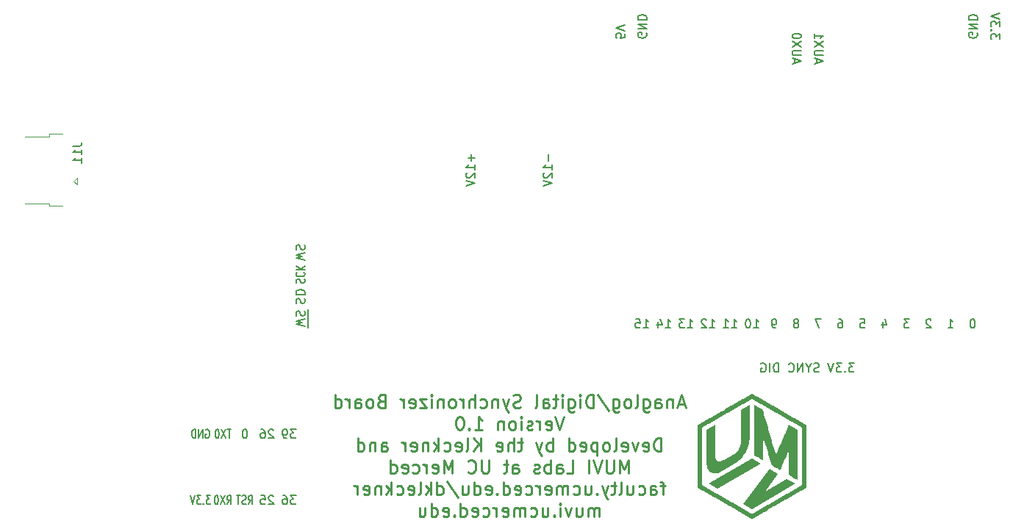
<source format=gbr>
G04 #@! TF.GenerationSoftware,KiCad,Pcbnew,(5.1.8-0-10_14)*
G04 #@! TF.CreationDate,2020-12-31T12:29:52-08:00*
G04 #@! TF.ProjectId,esp32_sync,65737033-325f-4737-996e-632e6b696361,rev?*
G04 #@! TF.SameCoordinates,Original*
G04 #@! TF.FileFunction,Legend,Bot*
G04 #@! TF.FilePolarity,Positive*
%FSLAX46Y46*%
G04 Gerber Fmt 4.6, Leading zero omitted, Abs format (unit mm)*
G04 Created by KiCad (PCBNEW (5.1.8-0-10_14)) date 2020-12-31 12:29:52*
%MOMM*%
%LPD*%
G01*
G04 APERTURE LIST*
%ADD10C,0.250000*%
%ADD11C,0.150000*%
%ADD12C,0.100000*%
%ADD13C,0.120000*%
G04 APERTURE END LIST*
D10*
X139522857Y-128620000D02*
X138808571Y-128620000D01*
X139665714Y-129048571D02*
X139165714Y-127548571D01*
X138665714Y-129048571D01*
X138165714Y-128048571D02*
X138165714Y-129048571D01*
X138165714Y-128191428D02*
X138094285Y-128120000D01*
X137951428Y-128048571D01*
X137737142Y-128048571D01*
X137594285Y-128120000D01*
X137522857Y-128262857D01*
X137522857Y-129048571D01*
X136165714Y-129048571D02*
X136165714Y-128262857D01*
X136237142Y-128120000D01*
X136380000Y-128048571D01*
X136665714Y-128048571D01*
X136808571Y-128120000D01*
X136165714Y-128977142D02*
X136308571Y-129048571D01*
X136665714Y-129048571D01*
X136808571Y-128977142D01*
X136880000Y-128834285D01*
X136880000Y-128691428D01*
X136808571Y-128548571D01*
X136665714Y-128477142D01*
X136308571Y-128477142D01*
X136165714Y-128405714D01*
X134808571Y-128048571D02*
X134808571Y-129262857D01*
X134880000Y-129405714D01*
X134951428Y-129477142D01*
X135094285Y-129548571D01*
X135308571Y-129548571D01*
X135451428Y-129477142D01*
X134808571Y-128977142D02*
X134951428Y-129048571D01*
X135237142Y-129048571D01*
X135380000Y-128977142D01*
X135451428Y-128905714D01*
X135522857Y-128762857D01*
X135522857Y-128334285D01*
X135451428Y-128191428D01*
X135380000Y-128120000D01*
X135237142Y-128048571D01*
X134951428Y-128048571D01*
X134808571Y-128120000D01*
X133880000Y-129048571D02*
X134022857Y-128977142D01*
X134094285Y-128834285D01*
X134094285Y-127548571D01*
X133094285Y-129048571D02*
X133237142Y-128977142D01*
X133308571Y-128905714D01*
X133380000Y-128762857D01*
X133380000Y-128334285D01*
X133308571Y-128191428D01*
X133237142Y-128120000D01*
X133094285Y-128048571D01*
X132880000Y-128048571D01*
X132737142Y-128120000D01*
X132665714Y-128191428D01*
X132594285Y-128334285D01*
X132594285Y-128762857D01*
X132665714Y-128905714D01*
X132737142Y-128977142D01*
X132880000Y-129048571D01*
X133094285Y-129048571D01*
X131308571Y-128048571D02*
X131308571Y-129262857D01*
X131380000Y-129405714D01*
X131451428Y-129477142D01*
X131594285Y-129548571D01*
X131808571Y-129548571D01*
X131951428Y-129477142D01*
X131308571Y-128977142D02*
X131451428Y-129048571D01*
X131737142Y-129048571D01*
X131880000Y-128977142D01*
X131951428Y-128905714D01*
X132022857Y-128762857D01*
X132022857Y-128334285D01*
X131951428Y-128191428D01*
X131880000Y-128120000D01*
X131737142Y-128048571D01*
X131451428Y-128048571D01*
X131308571Y-128120000D01*
X129522857Y-127477142D02*
X130808571Y-129405714D01*
X129022857Y-129048571D02*
X129022857Y-127548571D01*
X128665714Y-127548571D01*
X128451428Y-127620000D01*
X128308571Y-127762857D01*
X128237142Y-127905714D01*
X128165714Y-128191428D01*
X128165714Y-128405714D01*
X128237142Y-128691428D01*
X128308571Y-128834285D01*
X128451428Y-128977142D01*
X128665714Y-129048571D01*
X129022857Y-129048571D01*
X127522857Y-129048571D02*
X127522857Y-128048571D01*
X127522857Y-127548571D02*
X127594285Y-127620000D01*
X127522857Y-127691428D01*
X127451428Y-127620000D01*
X127522857Y-127548571D01*
X127522857Y-127691428D01*
X126165714Y-128048571D02*
X126165714Y-129262857D01*
X126237142Y-129405714D01*
X126308571Y-129477142D01*
X126451428Y-129548571D01*
X126665714Y-129548571D01*
X126808571Y-129477142D01*
X126165714Y-128977142D02*
X126308571Y-129048571D01*
X126594285Y-129048571D01*
X126737142Y-128977142D01*
X126808571Y-128905714D01*
X126880000Y-128762857D01*
X126880000Y-128334285D01*
X126808571Y-128191428D01*
X126737142Y-128120000D01*
X126594285Y-128048571D01*
X126308571Y-128048571D01*
X126165714Y-128120000D01*
X125451428Y-129048571D02*
X125451428Y-128048571D01*
X125451428Y-127548571D02*
X125522857Y-127620000D01*
X125451428Y-127691428D01*
X125380000Y-127620000D01*
X125451428Y-127548571D01*
X125451428Y-127691428D01*
X124951428Y-128048571D02*
X124380000Y-128048571D01*
X124737142Y-127548571D02*
X124737142Y-128834285D01*
X124665714Y-128977142D01*
X124522857Y-129048571D01*
X124380000Y-129048571D01*
X123237142Y-129048571D02*
X123237142Y-128262857D01*
X123308571Y-128120000D01*
X123451428Y-128048571D01*
X123737142Y-128048571D01*
X123880000Y-128120000D01*
X123237142Y-128977142D02*
X123380000Y-129048571D01*
X123737142Y-129048571D01*
X123880000Y-128977142D01*
X123951428Y-128834285D01*
X123951428Y-128691428D01*
X123880000Y-128548571D01*
X123737142Y-128477142D01*
X123380000Y-128477142D01*
X123237142Y-128405714D01*
X122308571Y-129048571D02*
X122451428Y-128977142D01*
X122522857Y-128834285D01*
X122522857Y-127548571D01*
X120665714Y-128977142D02*
X120451428Y-129048571D01*
X120094285Y-129048571D01*
X119951428Y-128977142D01*
X119880000Y-128905714D01*
X119808571Y-128762857D01*
X119808571Y-128620000D01*
X119880000Y-128477142D01*
X119951428Y-128405714D01*
X120094285Y-128334285D01*
X120380000Y-128262857D01*
X120522857Y-128191428D01*
X120594285Y-128120000D01*
X120665714Y-127977142D01*
X120665714Y-127834285D01*
X120594285Y-127691428D01*
X120522857Y-127620000D01*
X120380000Y-127548571D01*
X120022857Y-127548571D01*
X119808571Y-127620000D01*
X119308571Y-128048571D02*
X118951428Y-129048571D01*
X118594285Y-128048571D02*
X118951428Y-129048571D01*
X119094285Y-129405714D01*
X119165714Y-129477142D01*
X119308571Y-129548571D01*
X118022857Y-128048571D02*
X118022857Y-129048571D01*
X118022857Y-128191428D02*
X117951428Y-128120000D01*
X117808571Y-128048571D01*
X117594285Y-128048571D01*
X117451428Y-128120000D01*
X117380000Y-128262857D01*
X117380000Y-129048571D01*
X116022857Y-128977142D02*
X116165714Y-129048571D01*
X116451428Y-129048571D01*
X116594285Y-128977142D01*
X116665714Y-128905714D01*
X116737142Y-128762857D01*
X116737142Y-128334285D01*
X116665714Y-128191428D01*
X116594285Y-128120000D01*
X116451428Y-128048571D01*
X116165714Y-128048571D01*
X116022857Y-128120000D01*
X115380000Y-129048571D02*
X115380000Y-127548571D01*
X114737142Y-129048571D02*
X114737142Y-128262857D01*
X114808571Y-128120000D01*
X114951428Y-128048571D01*
X115165714Y-128048571D01*
X115308571Y-128120000D01*
X115380000Y-128191428D01*
X114022857Y-129048571D02*
X114022857Y-128048571D01*
X114022857Y-128334285D02*
X113951428Y-128191428D01*
X113880000Y-128120000D01*
X113737142Y-128048571D01*
X113594285Y-128048571D01*
X112880000Y-129048571D02*
X113022857Y-128977142D01*
X113094285Y-128905714D01*
X113165714Y-128762857D01*
X113165714Y-128334285D01*
X113094285Y-128191428D01*
X113022857Y-128120000D01*
X112880000Y-128048571D01*
X112665714Y-128048571D01*
X112522857Y-128120000D01*
X112451428Y-128191428D01*
X112380000Y-128334285D01*
X112380000Y-128762857D01*
X112451428Y-128905714D01*
X112522857Y-128977142D01*
X112665714Y-129048571D01*
X112880000Y-129048571D01*
X111737142Y-128048571D02*
X111737142Y-129048571D01*
X111737142Y-128191428D02*
X111665714Y-128120000D01*
X111522857Y-128048571D01*
X111308571Y-128048571D01*
X111165714Y-128120000D01*
X111094285Y-128262857D01*
X111094285Y-129048571D01*
X110380000Y-129048571D02*
X110380000Y-128048571D01*
X110380000Y-127548571D02*
X110451428Y-127620000D01*
X110380000Y-127691428D01*
X110308571Y-127620000D01*
X110380000Y-127548571D01*
X110380000Y-127691428D01*
X109808571Y-128048571D02*
X109022857Y-128048571D01*
X109808571Y-129048571D01*
X109022857Y-129048571D01*
X107880000Y-128977142D02*
X108022857Y-129048571D01*
X108308571Y-129048571D01*
X108451428Y-128977142D01*
X108522857Y-128834285D01*
X108522857Y-128262857D01*
X108451428Y-128120000D01*
X108308571Y-128048571D01*
X108022857Y-128048571D01*
X107880000Y-128120000D01*
X107808571Y-128262857D01*
X107808571Y-128405714D01*
X108522857Y-128548571D01*
X107165714Y-129048571D02*
X107165714Y-128048571D01*
X107165714Y-128334285D02*
X107094285Y-128191428D01*
X107022857Y-128120000D01*
X106880000Y-128048571D01*
X106737142Y-128048571D01*
X104594285Y-128262857D02*
X104380000Y-128334285D01*
X104308571Y-128405714D01*
X104237142Y-128548571D01*
X104237142Y-128762857D01*
X104308571Y-128905714D01*
X104380000Y-128977142D01*
X104522857Y-129048571D01*
X105094285Y-129048571D01*
X105094285Y-127548571D01*
X104594285Y-127548571D01*
X104451428Y-127620000D01*
X104380000Y-127691428D01*
X104308571Y-127834285D01*
X104308571Y-127977142D01*
X104380000Y-128120000D01*
X104451428Y-128191428D01*
X104594285Y-128262857D01*
X105094285Y-128262857D01*
X103380000Y-129048571D02*
X103522857Y-128977142D01*
X103594285Y-128905714D01*
X103665714Y-128762857D01*
X103665714Y-128334285D01*
X103594285Y-128191428D01*
X103522857Y-128120000D01*
X103380000Y-128048571D01*
X103165714Y-128048571D01*
X103022857Y-128120000D01*
X102951428Y-128191428D01*
X102880000Y-128334285D01*
X102880000Y-128762857D01*
X102951428Y-128905714D01*
X103022857Y-128977142D01*
X103165714Y-129048571D01*
X103380000Y-129048571D01*
X101594285Y-129048571D02*
X101594285Y-128262857D01*
X101665714Y-128120000D01*
X101808571Y-128048571D01*
X102094285Y-128048571D01*
X102237142Y-128120000D01*
X101594285Y-128977142D02*
X101737142Y-129048571D01*
X102094285Y-129048571D01*
X102237142Y-128977142D01*
X102308571Y-128834285D01*
X102308571Y-128691428D01*
X102237142Y-128548571D01*
X102094285Y-128477142D01*
X101737142Y-128477142D01*
X101594285Y-128405714D01*
X100880000Y-129048571D02*
X100880000Y-128048571D01*
X100880000Y-128334285D02*
X100808571Y-128191428D01*
X100737142Y-128120000D01*
X100594285Y-128048571D01*
X100451428Y-128048571D01*
X99308571Y-129048571D02*
X99308571Y-127548571D01*
X99308571Y-128977142D02*
X99451428Y-129048571D01*
X99737142Y-129048571D01*
X99880000Y-128977142D01*
X99951428Y-128905714D01*
X100022857Y-128762857D01*
X100022857Y-128334285D01*
X99951428Y-128191428D01*
X99880000Y-128120000D01*
X99737142Y-128048571D01*
X99451428Y-128048571D01*
X99308571Y-128120000D01*
X125665714Y-130048571D02*
X125165714Y-131548571D01*
X124665714Y-130048571D01*
X123594285Y-131477142D02*
X123737142Y-131548571D01*
X124022857Y-131548571D01*
X124165714Y-131477142D01*
X124237142Y-131334285D01*
X124237142Y-130762857D01*
X124165714Y-130620000D01*
X124022857Y-130548571D01*
X123737142Y-130548571D01*
X123594285Y-130620000D01*
X123522857Y-130762857D01*
X123522857Y-130905714D01*
X124237142Y-131048571D01*
X122880000Y-131548571D02*
X122880000Y-130548571D01*
X122880000Y-130834285D02*
X122808571Y-130691428D01*
X122737142Y-130620000D01*
X122594285Y-130548571D01*
X122451428Y-130548571D01*
X122022857Y-131477142D02*
X121880000Y-131548571D01*
X121594285Y-131548571D01*
X121451428Y-131477142D01*
X121380000Y-131334285D01*
X121380000Y-131262857D01*
X121451428Y-131120000D01*
X121594285Y-131048571D01*
X121808571Y-131048571D01*
X121951428Y-130977142D01*
X122022857Y-130834285D01*
X122022857Y-130762857D01*
X121951428Y-130620000D01*
X121808571Y-130548571D01*
X121594285Y-130548571D01*
X121451428Y-130620000D01*
X120737142Y-131548571D02*
X120737142Y-130548571D01*
X120737142Y-130048571D02*
X120808571Y-130120000D01*
X120737142Y-130191428D01*
X120665714Y-130120000D01*
X120737142Y-130048571D01*
X120737142Y-130191428D01*
X119808571Y-131548571D02*
X119951428Y-131477142D01*
X120022857Y-131405714D01*
X120094285Y-131262857D01*
X120094285Y-130834285D01*
X120022857Y-130691428D01*
X119951428Y-130620000D01*
X119808571Y-130548571D01*
X119594285Y-130548571D01*
X119451428Y-130620000D01*
X119380000Y-130691428D01*
X119308571Y-130834285D01*
X119308571Y-131262857D01*
X119380000Y-131405714D01*
X119451428Y-131477142D01*
X119594285Y-131548571D01*
X119808571Y-131548571D01*
X118665714Y-130548571D02*
X118665714Y-131548571D01*
X118665714Y-130691428D02*
X118594285Y-130620000D01*
X118451428Y-130548571D01*
X118237142Y-130548571D01*
X118094285Y-130620000D01*
X118022857Y-130762857D01*
X118022857Y-131548571D01*
X115380000Y-131548571D02*
X116237142Y-131548571D01*
X115808571Y-131548571D02*
X115808571Y-130048571D01*
X115951428Y-130262857D01*
X116094285Y-130405714D01*
X116237142Y-130477142D01*
X114737142Y-131405714D02*
X114665714Y-131477142D01*
X114737142Y-131548571D01*
X114808571Y-131477142D01*
X114737142Y-131405714D01*
X114737142Y-131548571D01*
X113737142Y-130048571D02*
X113594285Y-130048571D01*
X113451428Y-130120000D01*
X113380000Y-130191428D01*
X113308571Y-130334285D01*
X113237142Y-130620000D01*
X113237142Y-130977142D01*
X113308571Y-131262857D01*
X113380000Y-131405714D01*
X113451428Y-131477142D01*
X113594285Y-131548571D01*
X113737142Y-131548571D01*
X113880000Y-131477142D01*
X113951428Y-131405714D01*
X114022857Y-131262857D01*
X114094285Y-130977142D01*
X114094285Y-130620000D01*
X114022857Y-130334285D01*
X113951428Y-130191428D01*
X113880000Y-130120000D01*
X113737142Y-130048571D01*
X136844285Y-134048571D02*
X136844285Y-132548571D01*
X136487142Y-132548571D01*
X136272857Y-132620000D01*
X136130000Y-132762857D01*
X136058571Y-132905714D01*
X135987142Y-133191428D01*
X135987142Y-133405714D01*
X136058571Y-133691428D01*
X136130000Y-133834285D01*
X136272857Y-133977142D01*
X136487142Y-134048571D01*
X136844285Y-134048571D01*
X134772857Y-133977142D02*
X134915714Y-134048571D01*
X135201428Y-134048571D01*
X135344285Y-133977142D01*
X135415714Y-133834285D01*
X135415714Y-133262857D01*
X135344285Y-133120000D01*
X135201428Y-133048571D01*
X134915714Y-133048571D01*
X134772857Y-133120000D01*
X134701428Y-133262857D01*
X134701428Y-133405714D01*
X135415714Y-133548571D01*
X134201428Y-133048571D02*
X133844285Y-134048571D01*
X133487142Y-133048571D01*
X132344285Y-133977142D02*
X132487142Y-134048571D01*
X132772857Y-134048571D01*
X132915714Y-133977142D01*
X132987142Y-133834285D01*
X132987142Y-133262857D01*
X132915714Y-133120000D01*
X132772857Y-133048571D01*
X132487142Y-133048571D01*
X132344285Y-133120000D01*
X132272857Y-133262857D01*
X132272857Y-133405714D01*
X132987142Y-133548571D01*
X131415714Y-134048571D02*
X131558571Y-133977142D01*
X131630000Y-133834285D01*
X131630000Y-132548571D01*
X130630000Y-134048571D02*
X130772857Y-133977142D01*
X130844285Y-133905714D01*
X130915714Y-133762857D01*
X130915714Y-133334285D01*
X130844285Y-133191428D01*
X130772857Y-133120000D01*
X130630000Y-133048571D01*
X130415714Y-133048571D01*
X130272857Y-133120000D01*
X130201428Y-133191428D01*
X130130000Y-133334285D01*
X130130000Y-133762857D01*
X130201428Y-133905714D01*
X130272857Y-133977142D01*
X130415714Y-134048571D01*
X130630000Y-134048571D01*
X129487142Y-133048571D02*
X129487142Y-134548571D01*
X129487142Y-133120000D02*
X129344285Y-133048571D01*
X129058571Y-133048571D01*
X128915714Y-133120000D01*
X128844285Y-133191428D01*
X128772857Y-133334285D01*
X128772857Y-133762857D01*
X128844285Y-133905714D01*
X128915714Y-133977142D01*
X129058571Y-134048571D01*
X129344285Y-134048571D01*
X129487142Y-133977142D01*
X127558571Y-133977142D02*
X127701428Y-134048571D01*
X127987142Y-134048571D01*
X128130000Y-133977142D01*
X128201428Y-133834285D01*
X128201428Y-133262857D01*
X128130000Y-133120000D01*
X127987142Y-133048571D01*
X127701428Y-133048571D01*
X127558571Y-133120000D01*
X127487142Y-133262857D01*
X127487142Y-133405714D01*
X128201428Y-133548571D01*
X126201428Y-134048571D02*
X126201428Y-132548571D01*
X126201428Y-133977142D02*
X126344285Y-134048571D01*
X126630000Y-134048571D01*
X126772857Y-133977142D01*
X126844285Y-133905714D01*
X126915714Y-133762857D01*
X126915714Y-133334285D01*
X126844285Y-133191428D01*
X126772857Y-133120000D01*
X126630000Y-133048571D01*
X126344285Y-133048571D01*
X126201428Y-133120000D01*
X124344285Y-134048571D02*
X124344285Y-132548571D01*
X124344285Y-133120000D02*
X124201428Y-133048571D01*
X123915714Y-133048571D01*
X123772857Y-133120000D01*
X123701428Y-133191428D01*
X123630000Y-133334285D01*
X123630000Y-133762857D01*
X123701428Y-133905714D01*
X123772857Y-133977142D01*
X123915714Y-134048571D01*
X124201428Y-134048571D01*
X124344285Y-133977142D01*
X123130000Y-133048571D02*
X122772857Y-134048571D01*
X122415714Y-133048571D02*
X122772857Y-134048571D01*
X122915714Y-134405714D01*
X122987142Y-134477142D01*
X123130000Y-134548571D01*
X120915714Y-133048571D02*
X120344285Y-133048571D01*
X120701428Y-132548571D02*
X120701428Y-133834285D01*
X120630000Y-133977142D01*
X120487142Y-134048571D01*
X120344285Y-134048571D01*
X119844285Y-134048571D02*
X119844285Y-132548571D01*
X119201428Y-134048571D02*
X119201428Y-133262857D01*
X119272857Y-133120000D01*
X119415714Y-133048571D01*
X119630000Y-133048571D01*
X119772857Y-133120000D01*
X119844285Y-133191428D01*
X117915714Y-133977142D02*
X118058571Y-134048571D01*
X118344285Y-134048571D01*
X118487142Y-133977142D01*
X118558571Y-133834285D01*
X118558571Y-133262857D01*
X118487142Y-133120000D01*
X118344285Y-133048571D01*
X118058571Y-133048571D01*
X117915714Y-133120000D01*
X117844285Y-133262857D01*
X117844285Y-133405714D01*
X118558571Y-133548571D01*
X116058571Y-134048571D02*
X116058571Y-132548571D01*
X115201428Y-134048571D02*
X115844285Y-133191428D01*
X115201428Y-132548571D02*
X116058571Y-133405714D01*
X114344285Y-134048571D02*
X114487142Y-133977142D01*
X114558571Y-133834285D01*
X114558571Y-132548571D01*
X113201428Y-133977142D02*
X113344285Y-134048571D01*
X113630000Y-134048571D01*
X113772857Y-133977142D01*
X113844285Y-133834285D01*
X113844285Y-133262857D01*
X113772857Y-133120000D01*
X113630000Y-133048571D01*
X113344285Y-133048571D01*
X113201428Y-133120000D01*
X113130000Y-133262857D01*
X113130000Y-133405714D01*
X113844285Y-133548571D01*
X111844285Y-133977142D02*
X111987142Y-134048571D01*
X112272857Y-134048571D01*
X112415714Y-133977142D01*
X112487142Y-133905714D01*
X112558571Y-133762857D01*
X112558571Y-133334285D01*
X112487142Y-133191428D01*
X112415714Y-133120000D01*
X112272857Y-133048571D01*
X111987142Y-133048571D01*
X111844285Y-133120000D01*
X111201428Y-134048571D02*
X111201428Y-132548571D01*
X111058571Y-133477142D02*
X110630000Y-134048571D01*
X110630000Y-133048571D02*
X111201428Y-133620000D01*
X109987142Y-133048571D02*
X109987142Y-134048571D01*
X109987142Y-133191428D02*
X109915714Y-133120000D01*
X109772857Y-133048571D01*
X109558571Y-133048571D01*
X109415714Y-133120000D01*
X109344285Y-133262857D01*
X109344285Y-134048571D01*
X108058571Y-133977142D02*
X108201428Y-134048571D01*
X108487142Y-134048571D01*
X108630000Y-133977142D01*
X108701428Y-133834285D01*
X108701428Y-133262857D01*
X108630000Y-133120000D01*
X108487142Y-133048571D01*
X108201428Y-133048571D01*
X108058571Y-133120000D01*
X107987142Y-133262857D01*
X107987142Y-133405714D01*
X108701428Y-133548571D01*
X107344285Y-134048571D02*
X107344285Y-133048571D01*
X107344285Y-133334285D02*
X107272857Y-133191428D01*
X107201428Y-133120000D01*
X107058571Y-133048571D01*
X106915714Y-133048571D01*
X104630000Y-134048571D02*
X104630000Y-133262857D01*
X104701428Y-133120000D01*
X104844285Y-133048571D01*
X105130000Y-133048571D01*
X105272857Y-133120000D01*
X104630000Y-133977142D02*
X104772857Y-134048571D01*
X105130000Y-134048571D01*
X105272857Y-133977142D01*
X105344285Y-133834285D01*
X105344285Y-133691428D01*
X105272857Y-133548571D01*
X105130000Y-133477142D01*
X104772857Y-133477142D01*
X104630000Y-133405714D01*
X103915714Y-133048571D02*
X103915714Y-134048571D01*
X103915714Y-133191428D02*
X103844285Y-133120000D01*
X103701428Y-133048571D01*
X103487142Y-133048571D01*
X103344285Y-133120000D01*
X103272857Y-133262857D01*
X103272857Y-134048571D01*
X101915714Y-134048571D02*
X101915714Y-132548571D01*
X101915714Y-133977142D02*
X102058571Y-134048571D01*
X102344285Y-134048571D01*
X102487142Y-133977142D01*
X102558571Y-133905714D01*
X102630000Y-133762857D01*
X102630000Y-133334285D01*
X102558571Y-133191428D01*
X102487142Y-133120000D01*
X102344285Y-133048571D01*
X102058571Y-133048571D01*
X101915714Y-133120000D01*
X133094285Y-136548571D02*
X133094285Y-135048571D01*
X132594285Y-136120000D01*
X132094285Y-135048571D01*
X132094285Y-136548571D01*
X131380000Y-135048571D02*
X131380000Y-136262857D01*
X131308571Y-136405714D01*
X131237142Y-136477142D01*
X131094285Y-136548571D01*
X130808571Y-136548571D01*
X130665714Y-136477142D01*
X130594285Y-136405714D01*
X130522857Y-136262857D01*
X130522857Y-135048571D01*
X130022857Y-135048571D02*
X129522857Y-136548571D01*
X129022857Y-135048571D01*
X128522857Y-136548571D02*
X128522857Y-135048571D01*
X125951428Y-136548571D02*
X126665714Y-136548571D01*
X126665714Y-135048571D01*
X124808571Y-136548571D02*
X124808571Y-135762857D01*
X124880000Y-135620000D01*
X125022857Y-135548571D01*
X125308571Y-135548571D01*
X125451428Y-135620000D01*
X124808571Y-136477142D02*
X124951428Y-136548571D01*
X125308571Y-136548571D01*
X125451428Y-136477142D01*
X125522857Y-136334285D01*
X125522857Y-136191428D01*
X125451428Y-136048571D01*
X125308571Y-135977142D01*
X124951428Y-135977142D01*
X124808571Y-135905714D01*
X124094285Y-136548571D02*
X124094285Y-135048571D01*
X124094285Y-135620000D02*
X123951428Y-135548571D01*
X123665714Y-135548571D01*
X123522857Y-135620000D01*
X123451428Y-135691428D01*
X123380000Y-135834285D01*
X123380000Y-136262857D01*
X123451428Y-136405714D01*
X123522857Y-136477142D01*
X123665714Y-136548571D01*
X123951428Y-136548571D01*
X124094285Y-136477142D01*
X122808571Y-136477142D02*
X122665714Y-136548571D01*
X122380000Y-136548571D01*
X122237142Y-136477142D01*
X122165714Y-136334285D01*
X122165714Y-136262857D01*
X122237142Y-136120000D01*
X122380000Y-136048571D01*
X122594285Y-136048571D01*
X122737142Y-135977142D01*
X122808571Y-135834285D01*
X122808571Y-135762857D01*
X122737142Y-135620000D01*
X122594285Y-135548571D01*
X122380000Y-135548571D01*
X122237142Y-135620000D01*
X119737142Y-136548571D02*
X119737142Y-135762857D01*
X119808571Y-135620000D01*
X119951428Y-135548571D01*
X120237142Y-135548571D01*
X120380000Y-135620000D01*
X119737142Y-136477142D02*
X119880000Y-136548571D01*
X120237142Y-136548571D01*
X120380000Y-136477142D01*
X120451428Y-136334285D01*
X120451428Y-136191428D01*
X120380000Y-136048571D01*
X120237142Y-135977142D01*
X119880000Y-135977142D01*
X119737142Y-135905714D01*
X119237142Y-135548571D02*
X118665714Y-135548571D01*
X119022857Y-135048571D02*
X119022857Y-136334285D01*
X118951428Y-136477142D01*
X118808571Y-136548571D01*
X118665714Y-136548571D01*
X117022857Y-135048571D02*
X117022857Y-136262857D01*
X116951428Y-136405714D01*
X116880000Y-136477142D01*
X116737142Y-136548571D01*
X116451428Y-136548571D01*
X116308571Y-136477142D01*
X116237142Y-136405714D01*
X116165714Y-136262857D01*
X116165714Y-135048571D01*
X114594285Y-136405714D02*
X114665714Y-136477142D01*
X114880000Y-136548571D01*
X115022857Y-136548571D01*
X115237142Y-136477142D01*
X115380000Y-136334285D01*
X115451428Y-136191428D01*
X115522857Y-135905714D01*
X115522857Y-135691428D01*
X115451428Y-135405714D01*
X115380000Y-135262857D01*
X115237142Y-135120000D01*
X115022857Y-135048571D01*
X114880000Y-135048571D01*
X114665714Y-135120000D01*
X114594285Y-135191428D01*
X112808571Y-136548571D02*
X112808571Y-135048571D01*
X112308571Y-136120000D01*
X111808571Y-135048571D01*
X111808571Y-136548571D01*
X110522857Y-136477142D02*
X110665714Y-136548571D01*
X110951428Y-136548571D01*
X111094285Y-136477142D01*
X111165714Y-136334285D01*
X111165714Y-135762857D01*
X111094285Y-135620000D01*
X110951428Y-135548571D01*
X110665714Y-135548571D01*
X110522857Y-135620000D01*
X110451428Y-135762857D01*
X110451428Y-135905714D01*
X111165714Y-136048571D01*
X109808571Y-136548571D02*
X109808571Y-135548571D01*
X109808571Y-135834285D02*
X109737142Y-135691428D01*
X109665714Y-135620000D01*
X109522857Y-135548571D01*
X109380000Y-135548571D01*
X108237142Y-136477142D02*
X108380000Y-136548571D01*
X108665714Y-136548571D01*
X108808571Y-136477142D01*
X108880000Y-136405714D01*
X108951428Y-136262857D01*
X108951428Y-135834285D01*
X108880000Y-135691428D01*
X108808571Y-135620000D01*
X108665714Y-135548571D01*
X108380000Y-135548571D01*
X108237142Y-135620000D01*
X107022857Y-136477142D02*
X107165714Y-136548571D01*
X107451428Y-136548571D01*
X107594285Y-136477142D01*
X107665714Y-136334285D01*
X107665714Y-135762857D01*
X107594285Y-135620000D01*
X107451428Y-135548571D01*
X107165714Y-135548571D01*
X107022857Y-135620000D01*
X106951428Y-135762857D01*
X106951428Y-135905714D01*
X107665714Y-136048571D01*
X105665714Y-136548571D02*
X105665714Y-135048571D01*
X105665714Y-136477142D02*
X105808571Y-136548571D01*
X106094285Y-136548571D01*
X106237142Y-136477142D01*
X106308571Y-136405714D01*
X106380000Y-136262857D01*
X106380000Y-135834285D01*
X106308571Y-135691428D01*
X106237142Y-135620000D01*
X106094285Y-135548571D01*
X105808571Y-135548571D01*
X105665714Y-135620000D01*
X137308571Y-138048571D02*
X136737142Y-138048571D01*
X137094285Y-139048571D02*
X137094285Y-137762857D01*
X137022857Y-137620000D01*
X136880000Y-137548571D01*
X136737142Y-137548571D01*
X135594285Y-139048571D02*
X135594285Y-138262857D01*
X135665714Y-138120000D01*
X135808571Y-138048571D01*
X136094285Y-138048571D01*
X136237142Y-138120000D01*
X135594285Y-138977142D02*
X135737142Y-139048571D01*
X136094285Y-139048571D01*
X136237142Y-138977142D01*
X136308571Y-138834285D01*
X136308571Y-138691428D01*
X136237142Y-138548571D01*
X136094285Y-138477142D01*
X135737142Y-138477142D01*
X135594285Y-138405714D01*
X134237142Y-138977142D02*
X134380000Y-139048571D01*
X134665714Y-139048571D01*
X134808571Y-138977142D01*
X134880000Y-138905714D01*
X134951428Y-138762857D01*
X134951428Y-138334285D01*
X134880000Y-138191428D01*
X134808571Y-138120000D01*
X134665714Y-138048571D01*
X134380000Y-138048571D01*
X134237142Y-138120000D01*
X132951428Y-138048571D02*
X132951428Y-139048571D01*
X133594285Y-138048571D02*
X133594285Y-138834285D01*
X133522857Y-138977142D01*
X133380000Y-139048571D01*
X133165714Y-139048571D01*
X133022857Y-138977142D01*
X132951428Y-138905714D01*
X132022857Y-139048571D02*
X132165714Y-138977142D01*
X132237142Y-138834285D01*
X132237142Y-137548571D01*
X131665714Y-138048571D02*
X131094285Y-138048571D01*
X131451428Y-137548571D02*
X131451428Y-138834285D01*
X131380000Y-138977142D01*
X131237142Y-139048571D01*
X131094285Y-139048571D01*
X130737142Y-138048571D02*
X130380000Y-139048571D01*
X130022857Y-138048571D02*
X130380000Y-139048571D01*
X130522857Y-139405714D01*
X130594285Y-139477142D01*
X130737142Y-139548571D01*
X129451428Y-138905714D02*
X129380000Y-138977142D01*
X129451428Y-139048571D01*
X129522857Y-138977142D01*
X129451428Y-138905714D01*
X129451428Y-139048571D01*
X128094285Y-138048571D02*
X128094285Y-139048571D01*
X128737142Y-138048571D02*
X128737142Y-138834285D01*
X128665714Y-138977142D01*
X128522857Y-139048571D01*
X128308571Y-139048571D01*
X128165714Y-138977142D01*
X128094285Y-138905714D01*
X126737142Y-138977142D02*
X126880000Y-139048571D01*
X127165714Y-139048571D01*
X127308571Y-138977142D01*
X127380000Y-138905714D01*
X127451428Y-138762857D01*
X127451428Y-138334285D01*
X127380000Y-138191428D01*
X127308571Y-138120000D01*
X127165714Y-138048571D01*
X126880000Y-138048571D01*
X126737142Y-138120000D01*
X126094285Y-139048571D02*
X126094285Y-138048571D01*
X126094285Y-138191428D02*
X126022857Y-138120000D01*
X125880000Y-138048571D01*
X125665714Y-138048571D01*
X125522857Y-138120000D01*
X125451428Y-138262857D01*
X125451428Y-139048571D01*
X125451428Y-138262857D02*
X125380000Y-138120000D01*
X125237142Y-138048571D01*
X125022857Y-138048571D01*
X124880000Y-138120000D01*
X124808571Y-138262857D01*
X124808571Y-139048571D01*
X123522857Y-138977142D02*
X123665714Y-139048571D01*
X123951428Y-139048571D01*
X124094285Y-138977142D01*
X124165714Y-138834285D01*
X124165714Y-138262857D01*
X124094285Y-138120000D01*
X123951428Y-138048571D01*
X123665714Y-138048571D01*
X123522857Y-138120000D01*
X123451428Y-138262857D01*
X123451428Y-138405714D01*
X124165714Y-138548571D01*
X122808571Y-139048571D02*
X122808571Y-138048571D01*
X122808571Y-138334285D02*
X122737142Y-138191428D01*
X122665714Y-138120000D01*
X122522857Y-138048571D01*
X122380000Y-138048571D01*
X121237142Y-138977142D02*
X121380000Y-139048571D01*
X121665714Y-139048571D01*
X121808571Y-138977142D01*
X121880000Y-138905714D01*
X121951428Y-138762857D01*
X121951428Y-138334285D01*
X121880000Y-138191428D01*
X121808571Y-138120000D01*
X121665714Y-138048571D01*
X121380000Y-138048571D01*
X121237142Y-138120000D01*
X120022857Y-138977142D02*
X120165714Y-139048571D01*
X120451428Y-139048571D01*
X120594285Y-138977142D01*
X120665714Y-138834285D01*
X120665714Y-138262857D01*
X120594285Y-138120000D01*
X120451428Y-138048571D01*
X120165714Y-138048571D01*
X120022857Y-138120000D01*
X119951428Y-138262857D01*
X119951428Y-138405714D01*
X120665714Y-138548571D01*
X118665714Y-139048571D02*
X118665714Y-137548571D01*
X118665714Y-138977142D02*
X118808571Y-139048571D01*
X119094285Y-139048571D01*
X119237142Y-138977142D01*
X119308571Y-138905714D01*
X119379999Y-138762857D01*
X119379999Y-138334285D01*
X119308571Y-138191428D01*
X119237142Y-138120000D01*
X119094285Y-138048571D01*
X118808571Y-138048571D01*
X118665714Y-138120000D01*
X117951428Y-138905714D02*
X117879999Y-138977142D01*
X117951428Y-139048571D01*
X118022857Y-138977142D01*
X117951428Y-138905714D01*
X117951428Y-139048571D01*
X116665714Y-138977142D02*
X116808571Y-139048571D01*
X117094285Y-139048571D01*
X117237142Y-138977142D01*
X117308571Y-138834285D01*
X117308571Y-138262857D01*
X117237142Y-138120000D01*
X117094285Y-138048571D01*
X116808571Y-138048571D01*
X116665714Y-138120000D01*
X116594285Y-138262857D01*
X116594285Y-138405714D01*
X117308571Y-138548571D01*
X115308571Y-139048571D02*
X115308571Y-137548571D01*
X115308571Y-138977142D02*
X115451428Y-139048571D01*
X115737142Y-139048571D01*
X115879999Y-138977142D01*
X115951428Y-138905714D01*
X116022857Y-138762857D01*
X116022857Y-138334285D01*
X115951428Y-138191428D01*
X115879999Y-138120000D01*
X115737142Y-138048571D01*
X115451428Y-138048571D01*
X115308571Y-138120000D01*
X113951428Y-138048571D02*
X113951428Y-139048571D01*
X114594285Y-138048571D02*
X114594285Y-138834285D01*
X114522857Y-138977142D01*
X114379999Y-139048571D01*
X114165714Y-139048571D01*
X114022857Y-138977142D01*
X113951428Y-138905714D01*
X112165714Y-137477142D02*
X113451428Y-139405714D01*
X111022857Y-139048571D02*
X111022857Y-137548571D01*
X111022857Y-138977142D02*
X111165714Y-139048571D01*
X111451428Y-139048571D01*
X111594285Y-138977142D01*
X111665714Y-138905714D01*
X111737142Y-138762857D01*
X111737142Y-138334285D01*
X111665714Y-138191428D01*
X111594285Y-138120000D01*
X111451428Y-138048571D01*
X111165714Y-138048571D01*
X111022857Y-138120000D01*
X110308571Y-139048571D02*
X110308571Y-137548571D01*
X110165714Y-138477142D02*
X109737142Y-139048571D01*
X109737142Y-138048571D02*
X110308571Y-138620000D01*
X108880000Y-139048571D02*
X109022857Y-138977142D01*
X109094285Y-138834285D01*
X109094285Y-137548571D01*
X107737142Y-138977142D02*
X107880000Y-139048571D01*
X108165714Y-139048571D01*
X108308571Y-138977142D01*
X108380000Y-138834285D01*
X108380000Y-138262857D01*
X108308571Y-138120000D01*
X108165714Y-138048571D01*
X107880000Y-138048571D01*
X107737142Y-138120000D01*
X107665714Y-138262857D01*
X107665714Y-138405714D01*
X108380000Y-138548571D01*
X106380000Y-138977142D02*
X106522857Y-139048571D01*
X106808571Y-139048571D01*
X106951428Y-138977142D01*
X107022857Y-138905714D01*
X107094285Y-138762857D01*
X107094285Y-138334285D01*
X107022857Y-138191428D01*
X106951428Y-138120000D01*
X106808571Y-138048571D01*
X106522857Y-138048571D01*
X106380000Y-138120000D01*
X105737142Y-139048571D02*
X105737142Y-137548571D01*
X105594285Y-138477142D02*
X105165714Y-139048571D01*
X105165714Y-138048571D02*
X105737142Y-138620000D01*
X104522857Y-138048571D02*
X104522857Y-139048571D01*
X104522857Y-138191428D02*
X104451428Y-138120000D01*
X104308571Y-138048571D01*
X104094285Y-138048571D01*
X103951428Y-138120000D01*
X103880000Y-138262857D01*
X103880000Y-139048571D01*
X102594285Y-138977142D02*
X102737142Y-139048571D01*
X103022857Y-139048571D01*
X103165714Y-138977142D01*
X103237142Y-138834285D01*
X103237142Y-138262857D01*
X103165714Y-138120000D01*
X103022857Y-138048571D01*
X102737142Y-138048571D01*
X102594285Y-138120000D01*
X102522857Y-138262857D01*
X102522857Y-138405714D01*
X103237142Y-138548571D01*
X101880000Y-139048571D02*
X101880000Y-138048571D01*
X101880000Y-138334285D02*
X101808571Y-138191428D01*
X101737142Y-138120000D01*
X101594285Y-138048571D01*
X101451428Y-138048571D01*
X129737142Y-141548571D02*
X129737142Y-140548571D01*
X129737142Y-140691428D02*
X129665714Y-140620000D01*
X129522857Y-140548571D01*
X129308571Y-140548571D01*
X129165714Y-140620000D01*
X129094285Y-140762857D01*
X129094285Y-141548571D01*
X129094285Y-140762857D02*
X129022857Y-140620000D01*
X128880000Y-140548571D01*
X128665714Y-140548571D01*
X128522857Y-140620000D01*
X128451428Y-140762857D01*
X128451428Y-141548571D01*
X127094285Y-140548571D02*
X127094285Y-141548571D01*
X127737142Y-140548571D02*
X127737142Y-141334285D01*
X127665714Y-141477142D01*
X127522857Y-141548571D01*
X127308571Y-141548571D01*
X127165714Y-141477142D01*
X127094285Y-141405714D01*
X126522857Y-140548571D02*
X126165714Y-141548571D01*
X125808571Y-140548571D01*
X125237142Y-141548571D02*
X125237142Y-140548571D01*
X125237142Y-140048571D02*
X125308571Y-140120000D01*
X125237142Y-140191428D01*
X125165714Y-140120000D01*
X125237142Y-140048571D01*
X125237142Y-140191428D01*
X124522857Y-141405714D02*
X124451428Y-141477142D01*
X124522857Y-141548571D01*
X124594285Y-141477142D01*
X124522857Y-141405714D01*
X124522857Y-141548571D01*
X123165714Y-140548571D02*
X123165714Y-141548571D01*
X123808571Y-140548571D02*
X123808571Y-141334285D01*
X123737142Y-141477142D01*
X123594285Y-141548571D01*
X123380000Y-141548571D01*
X123237142Y-141477142D01*
X123165714Y-141405714D01*
X121808571Y-141477142D02*
X121951428Y-141548571D01*
X122237142Y-141548571D01*
X122380000Y-141477142D01*
X122451428Y-141405714D01*
X122522857Y-141262857D01*
X122522857Y-140834285D01*
X122451428Y-140691428D01*
X122380000Y-140620000D01*
X122237142Y-140548571D01*
X121951428Y-140548571D01*
X121808571Y-140620000D01*
X121165714Y-141548571D02*
X121165714Y-140548571D01*
X121165714Y-140691428D02*
X121094285Y-140620000D01*
X120951428Y-140548571D01*
X120737142Y-140548571D01*
X120594285Y-140620000D01*
X120522857Y-140762857D01*
X120522857Y-141548571D01*
X120522857Y-140762857D02*
X120451428Y-140620000D01*
X120308571Y-140548571D01*
X120094285Y-140548571D01*
X119951428Y-140620000D01*
X119880000Y-140762857D01*
X119880000Y-141548571D01*
X118594285Y-141477142D02*
X118737142Y-141548571D01*
X119022857Y-141548571D01*
X119165714Y-141477142D01*
X119237142Y-141334285D01*
X119237142Y-140762857D01*
X119165714Y-140620000D01*
X119022857Y-140548571D01*
X118737142Y-140548571D01*
X118594285Y-140620000D01*
X118522857Y-140762857D01*
X118522857Y-140905714D01*
X119237142Y-141048571D01*
X117880000Y-141548571D02*
X117880000Y-140548571D01*
X117880000Y-140834285D02*
X117808571Y-140691428D01*
X117737142Y-140620000D01*
X117594285Y-140548571D01*
X117451428Y-140548571D01*
X116308571Y-141477142D02*
X116451428Y-141548571D01*
X116737142Y-141548571D01*
X116880000Y-141477142D01*
X116951428Y-141405714D01*
X117022857Y-141262857D01*
X117022857Y-140834285D01*
X116951428Y-140691428D01*
X116880000Y-140620000D01*
X116737142Y-140548571D01*
X116451428Y-140548571D01*
X116308571Y-140620000D01*
X115094285Y-141477142D02*
X115237142Y-141548571D01*
X115522857Y-141548571D01*
X115665714Y-141477142D01*
X115737142Y-141334285D01*
X115737142Y-140762857D01*
X115665714Y-140620000D01*
X115522857Y-140548571D01*
X115237142Y-140548571D01*
X115094285Y-140620000D01*
X115022857Y-140762857D01*
X115022857Y-140905714D01*
X115737142Y-141048571D01*
X113737142Y-141548571D02*
X113737142Y-140048571D01*
X113737142Y-141477142D02*
X113880000Y-141548571D01*
X114165714Y-141548571D01*
X114308571Y-141477142D01*
X114380000Y-141405714D01*
X114451428Y-141262857D01*
X114451428Y-140834285D01*
X114380000Y-140691428D01*
X114308571Y-140620000D01*
X114165714Y-140548571D01*
X113880000Y-140548571D01*
X113737142Y-140620000D01*
X113022857Y-141405714D02*
X112951428Y-141477142D01*
X113022857Y-141548571D01*
X113094285Y-141477142D01*
X113022857Y-141405714D01*
X113022857Y-141548571D01*
X111737142Y-141477142D02*
X111880000Y-141548571D01*
X112165714Y-141548571D01*
X112308571Y-141477142D01*
X112380000Y-141334285D01*
X112380000Y-140762857D01*
X112308571Y-140620000D01*
X112165714Y-140548571D01*
X111880000Y-140548571D01*
X111737142Y-140620000D01*
X111665714Y-140762857D01*
X111665714Y-140905714D01*
X112380000Y-141048571D01*
X110380000Y-141548571D02*
X110380000Y-140048571D01*
X110380000Y-141477142D02*
X110522857Y-141548571D01*
X110808571Y-141548571D01*
X110951428Y-141477142D01*
X111022857Y-141405714D01*
X111094285Y-141262857D01*
X111094285Y-140834285D01*
X111022857Y-140691428D01*
X110951428Y-140620000D01*
X110808571Y-140548571D01*
X110522857Y-140548571D01*
X110380000Y-140620000D01*
X109022857Y-140548571D02*
X109022857Y-141548571D01*
X109665714Y-140548571D02*
X109665714Y-141334285D01*
X109594285Y-141477142D01*
X109451428Y-141548571D01*
X109237142Y-141548571D01*
X109094285Y-141477142D01*
X109022857Y-141405714D01*
D11*
X96165000Y-119792619D02*
X96165000Y-118649761D01*
X95797619Y-119649761D02*
X94797619Y-119411666D01*
X95511904Y-119221190D01*
X94797619Y-119030714D01*
X95797619Y-118792619D01*
X96165000Y-118649761D02*
X96165000Y-117697380D01*
X94845238Y-118459285D02*
X94797619Y-118316428D01*
X94797619Y-118078333D01*
X94845238Y-117983095D01*
X94892857Y-117935476D01*
X94988095Y-117887857D01*
X95083333Y-117887857D01*
X95178571Y-117935476D01*
X95226190Y-117983095D01*
X95273809Y-118078333D01*
X95321428Y-118268809D01*
X95369047Y-118364047D01*
X95416666Y-118411666D01*
X95511904Y-118459285D01*
X95607142Y-118459285D01*
X95702380Y-118411666D01*
X95750000Y-118364047D01*
X95797619Y-118268809D01*
X95797619Y-118030714D01*
X95750000Y-117887857D01*
X94845238Y-116990714D02*
X94797619Y-116847857D01*
X94797619Y-116609761D01*
X94845238Y-116514523D01*
X94892857Y-116466904D01*
X94988095Y-116419285D01*
X95083333Y-116419285D01*
X95178571Y-116466904D01*
X95226190Y-116514523D01*
X95273809Y-116609761D01*
X95321428Y-116800238D01*
X95369047Y-116895476D01*
X95416666Y-116943095D01*
X95511904Y-116990714D01*
X95607142Y-116990714D01*
X95702380Y-116943095D01*
X95750000Y-116895476D01*
X95797619Y-116800238D01*
X95797619Y-116562142D01*
X95750000Y-116419285D01*
X94797619Y-115990714D02*
X95797619Y-115990714D01*
X95797619Y-115752619D01*
X95750000Y-115609761D01*
X95654761Y-115514523D01*
X95559523Y-115466904D01*
X95369047Y-115419285D01*
X95226190Y-115419285D01*
X95035714Y-115466904D01*
X94940476Y-115514523D01*
X94845238Y-115609761D01*
X94797619Y-115752619D01*
X94797619Y-115990714D01*
X94845238Y-114644714D02*
X94797619Y-114535857D01*
X94797619Y-114354428D01*
X94845238Y-114281857D01*
X94892857Y-114245571D01*
X94988095Y-114209285D01*
X95083333Y-114209285D01*
X95178571Y-114245571D01*
X95226190Y-114281857D01*
X95273809Y-114354428D01*
X95321428Y-114499571D01*
X95369047Y-114572142D01*
X95416666Y-114608428D01*
X95511904Y-114644714D01*
X95607142Y-114644714D01*
X95702380Y-114608428D01*
X95750000Y-114572142D01*
X95797619Y-114499571D01*
X95797619Y-114318142D01*
X95750000Y-114209285D01*
X94892857Y-113447285D02*
X94845238Y-113483571D01*
X94797619Y-113592428D01*
X94797619Y-113665000D01*
X94845238Y-113773857D01*
X94940476Y-113846428D01*
X95035714Y-113882714D01*
X95226190Y-113919000D01*
X95369047Y-113919000D01*
X95559523Y-113882714D01*
X95654761Y-113846428D01*
X95750000Y-113773857D01*
X95797619Y-113665000D01*
X95797619Y-113592428D01*
X95750000Y-113483571D01*
X95702380Y-113447285D01*
X94797619Y-113120714D02*
X95797619Y-113120714D01*
X94797619Y-112685285D02*
X95369047Y-113011857D01*
X95797619Y-112685285D02*
X95226190Y-113120714D01*
X95797619Y-112029761D02*
X94797619Y-111791666D01*
X95511904Y-111601190D01*
X94797619Y-111410714D01*
X95797619Y-111172619D01*
X94845238Y-110839285D02*
X94797619Y-110696428D01*
X94797619Y-110458333D01*
X94845238Y-110363095D01*
X94892857Y-110315476D01*
X94988095Y-110267857D01*
X95083333Y-110267857D01*
X95178571Y-110315476D01*
X95226190Y-110363095D01*
X95273809Y-110458333D01*
X95321428Y-110648809D01*
X95369047Y-110744047D01*
X95416666Y-110791666D01*
X95511904Y-110839285D01*
X95607142Y-110839285D01*
X95702380Y-110791666D01*
X95750000Y-110744047D01*
X95797619Y-110648809D01*
X95797619Y-110410714D01*
X95750000Y-110267857D01*
X123896428Y-99838095D02*
X123896428Y-100600000D01*
X124277380Y-101600000D02*
X124277380Y-101028571D01*
X124277380Y-101314285D02*
X123277380Y-101314285D01*
X123420238Y-101219047D01*
X123515476Y-101123809D01*
X123563095Y-101028571D01*
X123372619Y-101980952D02*
X123325000Y-102028571D01*
X123277380Y-102123809D01*
X123277380Y-102361904D01*
X123325000Y-102457142D01*
X123372619Y-102504761D01*
X123467857Y-102552380D01*
X123563095Y-102552380D01*
X123705952Y-102504761D01*
X124277380Y-101933333D01*
X124277380Y-102552380D01*
X123277380Y-102838095D02*
X124277380Y-103171428D01*
X123277380Y-103504761D01*
X115006428Y-99838095D02*
X115006428Y-100600000D01*
X115387380Y-100219047D02*
X114625476Y-100219047D01*
X115387380Y-101600000D02*
X115387380Y-101028571D01*
X115387380Y-101314285D02*
X114387380Y-101314285D01*
X114530238Y-101219047D01*
X114625476Y-101123809D01*
X114673095Y-101028571D01*
X114482619Y-101980952D02*
X114435000Y-102028571D01*
X114387380Y-102123809D01*
X114387380Y-102361904D01*
X114435000Y-102457142D01*
X114482619Y-102504761D01*
X114577857Y-102552380D01*
X114673095Y-102552380D01*
X114815952Y-102504761D01*
X115387380Y-101933333D01*
X115387380Y-102552380D01*
X114387380Y-102838095D02*
X115387380Y-103171428D01*
X114387380Y-103504761D01*
X84400571Y-131580000D02*
X84473142Y-131532380D01*
X84582000Y-131532380D01*
X84690857Y-131580000D01*
X84763428Y-131675238D01*
X84799714Y-131770476D01*
X84836000Y-131960952D01*
X84836000Y-132103809D01*
X84799714Y-132294285D01*
X84763428Y-132389523D01*
X84690857Y-132484761D01*
X84582000Y-132532380D01*
X84509428Y-132532380D01*
X84400571Y-132484761D01*
X84364285Y-132437142D01*
X84364285Y-132103809D01*
X84509428Y-132103809D01*
X84037714Y-132532380D02*
X84037714Y-131532380D01*
X83602285Y-132532380D01*
X83602285Y-131532380D01*
X83239428Y-132532380D02*
X83239428Y-131532380D01*
X83058000Y-131532380D01*
X82949142Y-131580000D01*
X82876571Y-131675238D01*
X82840285Y-131770476D01*
X82804000Y-131960952D01*
X82804000Y-132103809D01*
X82840285Y-132294285D01*
X82876571Y-132389523D01*
X82949142Y-132484761D01*
X83058000Y-132532380D01*
X83239428Y-132532380D01*
X84944857Y-139152380D02*
X84473142Y-139152380D01*
X84727142Y-139533333D01*
X84618285Y-139533333D01*
X84545714Y-139580952D01*
X84509428Y-139628571D01*
X84473142Y-139723809D01*
X84473142Y-139961904D01*
X84509428Y-140057142D01*
X84545714Y-140104761D01*
X84618285Y-140152380D01*
X84836000Y-140152380D01*
X84908571Y-140104761D01*
X84944857Y-140057142D01*
X84146571Y-140057142D02*
X84110285Y-140104761D01*
X84146571Y-140152380D01*
X84182857Y-140104761D01*
X84146571Y-140057142D01*
X84146571Y-140152380D01*
X83856285Y-139152380D02*
X83384571Y-139152380D01*
X83638571Y-139533333D01*
X83529714Y-139533333D01*
X83457142Y-139580952D01*
X83420857Y-139628571D01*
X83384571Y-139723809D01*
X83384571Y-139961904D01*
X83420857Y-140057142D01*
X83457142Y-140104761D01*
X83529714Y-140152380D01*
X83747428Y-140152380D01*
X83820000Y-140104761D01*
X83856285Y-140057142D01*
X83166857Y-139152380D02*
X82912857Y-140152380D01*
X82658857Y-139152380D01*
X86849857Y-140152380D02*
X87103857Y-139676190D01*
X87285285Y-140152380D02*
X87285285Y-139152380D01*
X86995000Y-139152380D01*
X86922428Y-139200000D01*
X86886142Y-139247619D01*
X86849857Y-139342857D01*
X86849857Y-139485714D01*
X86886142Y-139580952D01*
X86922428Y-139628571D01*
X86995000Y-139676190D01*
X87285285Y-139676190D01*
X86595857Y-139152380D02*
X86087857Y-140152380D01*
X86087857Y-139152380D02*
X86595857Y-140152380D01*
X85652428Y-139152380D02*
X85579857Y-139152380D01*
X85507285Y-139200000D01*
X85471000Y-139247619D01*
X85434714Y-139342857D01*
X85398428Y-139533333D01*
X85398428Y-139771428D01*
X85434714Y-139961904D01*
X85471000Y-140057142D01*
X85507285Y-140104761D01*
X85579857Y-140152380D01*
X85652428Y-140152380D01*
X85725000Y-140104761D01*
X85761285Y-140057142D01*
X85797571Y-139961904D01*
X85833857Y-139771428D01*
X85833857Y-139533333D01*
X85797571Y-139342857D01*
X85761285Y-139247619D01*
X85725000Y-139200000D01*
X85652428Y-139152380D01*
X89317285Y-140152380D02*
X89571285Y-139676190D01*
X89752714Y-140152380D02*
X89752714Y-139152380D01*
X89462428Y-139152380D01*
X89389857Y-139200000D01*
X89353571Y-139247619D01*
X89317285Y-139342857D01*
X89317285Y-139485714D01*
X89353571Y-139580952D01*
X89389857Y-139628571D01*
X89462428Y-139676190D01*
X89752714Y-139676190D01*
X89027000Y-140104761D02*
X88918142Y-140152380D01*
X88736714Y-140152380D01*
X88664142Y-140104761D01*
X88627857Y-140057142D01*
X88591571Y-139961904D01*
X88591571Y-139866666D01*
X88627857Y-139771428D01*
X88664142Y-139723809D01*
X88736714Y-139676190D01*
X88881857Y-139628571D01*
X88954428Y-139580952D01*
X88990714Y-139533333D01*
X89027000Y-139438095D01*
X89027000Y-139342857D01*
X88990714Y-139247619D01*
X88954428Y-139200000D01*
X88881857Y-139152380D01*
X88700428Y-139152380D01*
X88591571Y-139200000D01*
X88373857Y-139152380D02*
X87938428Y-139152380D01*
X88156142Y-140152380D02*
X88156142Y-139152380D01*
X87303428Y-131532380D02*
X86868000Y-131532380D01*
X87085714Y-132532380D02*
X87085714Y-131532380D01*
X86686571Y-131532380D02*
X86178571Y-132532380D01*
X86178571Y-131532380D02*
X86686571Y-132532380D01*
X85743142Y-131532380D02*
X85670571Y-131532380D01*
X85598000Y-131580000D01*
X85561714Y-131627619D01*
X85525428Y-131722857D01*
X85489142Y-131913333D01*
X85489142Y-132151428D01*
X85525428Y-132341904D01*
X85561714Y-132437142D01*
X85598000Y-132484761D01*
X85670571Y-132532380D01*
X85743142Y-132532380D01*
X85815714Y-132484761D01*
X85852000Y-132437142D01*
X85888285Y-132341904D01*
X85924571Y-132151428D01*
X85924571Y-131913333D01*
X85888285Y-131722857D01*
X85852000Y-131627619D01*
X85815714Y-131580000D01*
X85743142Y-131532380D01*
X88947619Y-131532380D02*
X88852380Y-131532380D01*
X88757142Y-131580000D01*
X88709523Y-131627619D01*
X88661904Y-131722857D01*
X88614285Y-131913333D01*
X88614285Y-132151428D01*
X88661904Y-132341904D01*
X88709523Y-132437142D01*
X88757142Y-132484761D01*
X88852380Y-132532380D01*
X88947619Y-132532380D01*
X89042857Y-132484761D01*
X89090476Y-132437142D01*
X89138095Y-132341904D01*
X89185714Y-132151428D01*
X89185714Y-131913333D01*
X89138095Y-131722857D01*
X89090476Y-131627619D01*
X89042857Y-131580000D01*
X88947619Y-131532380D01*
X92201904Y-131627619D02*
X92154285Y-131580000D01*
X92059047Y-131532380D01*
X91820952Y-131532380D01*
X91725714Y-131580000D01*
X91678095Y-131627619D01*
X91630476Y-131722857D01*
X91630476Y-131818095D01*
X91678095Y-131960952D01*
X92249523Y-132532380D01*
X91630476Y-132532380D01*
X90773333Y-131532380D02*
X90963809Y-131532380D01*
X91059047Y-131580000D01*
X91106666Y-131627619D01*
X91201904Y-131770476D01*
X91249523Y-131960952D01*
X91249523Y-132341904D01*
X91201904Y-132437142D01*
X91154285Y-132484761D01*
X91059047Y-132532380D01*
X90868571Y-132532380D01*
X90773333Y-132484761D01*
X90725714Y-132437142D01*
X90678095Y-132341904D01*
X90678095Y-132103809D01*
X90725714Y-132008571D01*
X90773333Y-131960952D01*
X90868571Y-131913333D01*
X91059047Y-131913333D01*
X91154285Y-131960952D01*
X91201904Y-132008571D01*
X91249523Y-132103809D01*
X92201904Y-139247619D02*
X92154285Y-139200000D01*
X92059047Y-139152380D01*
X91820952Y-139152380D01*
X91725714Y-139200000D01*
X91678095Y-139247619D01*
X91630476Y-139342857D01*
X91630476Y-139438095D01*
X91678095Y-139580952D01*
X92249523Y-140152380D01*
X91630476Y-140152380D01*
X90725714Y-139152380D02*
X91201904Y-139152380D01*
X91249523Y-139628571D01*
X91201904Y-139580952D01*
X91106666Y-139533333D01*
X90868571Y-139533333D01*
X90773333Y-139580952D01*
X90725714Y-139628571D01*
X90678095Y-139723809D01*
X90678095Y-139961904D01*
X90725714Y-140057142D01*
X90773333Y-140104761D01*
X90868571Y-140152380D01*
X91106666Y-140152380D01*
X91201904Y-140104761D01*
X91249523Y-140057142D01*
X94789523Y-139152380D02*
X94170476Y-139152380D01*
X94503809Y-139533333D01*
X94360952Y-139533333D01*
X94265714Y-139580952D01*
X94218095Y-139628571D01*
X94170476Y-139723809D01*
X94170476Y-139961904D01*
X94218095Y-140057142D01*
X94265714Y-140104761D01*
X94360952Y-140152380D01*
X94646666Y-140152380D01*
X94741904Y-140104761D01*
X94789523Y-140057142D01*
X93313333Y-139152380D02*
X93503809Y-139152380D01*
X93599047Y-139200000D01*
X93646666Y-139247619D01*
X93741904Y-139390476D01*
X93789523Y-139580952D01*
X93789523Y-139961904D01*
X93741904Y-140057142D01*
X93694285Y-140104761D01*
X93599047Y-140152380D01*
X93408571Y-140152380D01*
X93313333Y-140104761D01*
X93265714Y-140057142D01*
X93218095Y-139961904D01*
X93218095Y-139723809D01*
X93265714Y-139628571D01*
X93313333Y-139580952D01*
X93408571Y-139533333D01*
X93599047Y-139533333D01*
X93694285Y-139580952D01*
X93741904Y-139628571D01*
X93789523Y-139723809D01*
X94789523Y-131532380D02*
X94170476Y-131532380D01*
X94503809Y-131913333D01*
X94360952Y-131913333D01*
X94265714Y-131960952D01*
X94218095Y-132008571D01*
X94170476Y-132103809D01*
X94170476Y-132341904D01*
X94218095Y-132437142D01*
X94265714Y-132484761D01*
X94360952Y-132532380D01*
X94646666Y-132532380D01*
X94741904Y-132484761D01*
X94789523Y-132437142D01*
X93694285Y-132532380D02*
X93503809Y-132532380D01*
X93408571Y-132484761D01*
X93360952Y-132437142D01*
X93265714Y-132294285D01*
X93218095Y-132103809D01*
X93218095Y-131722857D01*
X93265714Y-131627619D01*
X93313333Y-131580000D01*
X93408571Y-131532380D01*
X93599047Y-131532380D01*
X93694285Y-131580000D01*
X93741904Y-131627619D01*
X93789523Y-131722857D01*
X93789523Y-131960952D01*
X93741904Y-132056190D01*
X93694285Y-132103809D01*
X93599047Y-132151428D01*
X93408571Y-132151428D01*
X93313333Y-132103809D01*
X93265714Y-132056190D01*
X93218095Y-131960952D01*
X134810476Y-119832380D02*
X135381904Y-119832380D01*
X135096190Y-119832380D02*
X135096190Y-118832380D01*
X135191428Y-118975238D01*
X135286666Y-119070476D01*
X135381904Y-119118095D01*
X133905714Y-118832380D02*
X134381904Y-118832380D01*
X134429523Y-119308571D01*
X134381904Y-119260952D01*
X134286666Y-119213333D01*
X134048571Y-119213333D01*
X133953333Y-119260952D01*
X133905714Y-119308571D01*
X133858095Y-119403809D01*
X133858095Y-119641904D01*
X133905714Y-119737142D01*
X133953333Y-119784761D01*
X134048571Y-119832380D01*
X134286666Y-119832380D01*
X134381904Y-119784761D01*
X134429523Y-119737142D01*
X137350476Y-119832380D02*
X137921904Y-119832380D01*
X137636190Y-119832380D02*
X137636190Y-118832380D01*
X137731428Y-118975238D01*
X137826666Y-119070476D01*
X137921904Y-119118095D01*
X136493333Y-119165714D02*
X136493333Y-119832380D01*
X136731428Y-118784761D02*
X136969523Y-119499047D01*
X136350476Y-119499047D01*
X139890476Y-119832380D02*
X140461904Y-119832380D01*
X140176190Y-119832380D02*
X140176190Y-118832380D01*
X140271428Y-118975238D01*
X140366666Y-119070476D01*
X140461904Y-119118095D01*
X139557142Y-118832380D02*
X138938095Y-118832380D01*
X139271428Y-119213333D01*
X139128571Y-119213333D01*
X139033333Y-119260952D01*
X138985714Y-119308571D01*
X138938095Y-119403809D01*
X138938095Y-119641904D01*
X138985714Y-119737142D01*
X139033333Y-119784761D01*
X139128571Y-119832380D01*
X139414285Y-119832380D01*
X139509523Y-119784761D01*
X139557142Y-119737142D01*
X159074761Y-123912380D02*
X158455714Y-123912380D01*
X158789047Y-124293333D01*
X158646190Y-124293333D01*
X158550952Y-124340952D01*
X158503333Y-124388571D01*
X158455714Y-124483809D01*
X158455714Y-124721904D01*
X158503333Y-124817142D01*
X158550952Y-124864761D01*
X158646190Y-124912380D01*
X158931904Y-124912380D01*
X159027142Y-124864761D01*
X159074761Y-124817142D01*
X158027142Y-124817142D02*
X157979523Y-124864761D01*
X158027142Y-124912380D01*
X158074761Y-124864761D01*
X158027142Y-124817142D01*
X158027142Y-124912380D01*
X157646190Y-123912380D02*
X157027142Y-123912380D01*
X157360476Y-124293333D01*
X157217619Y-124293333D01*
X157122380Y-124340952D01*
X157074761Y-124388571D01*
X157027142Y-124483809D01*
X157027142Y-124721904D01*
X157074761Y-124817142D01*
X157122380Y-124864761D01*
X157217619Y-124912380D01*
X157503333Y-124912380D01*
X157598571Y-124864761D01*
X157646190Y-124817142D01*
X156741428Y-123912380D02*
X156408095Y-124912380D01*
X156074761Y-123912380D01*
X155027142Y-124864761D02*
X154884285Y-124912380D01*
X154646190Y-124912380D01*
X154550952Y-124864761D01*
X154503333Y-124817142D01*
X154455714Y-124721904D01*
X154455714Y-124626666D01*
X154503333Y-124531428D01*
X154550952Y-124483809D01*
X154646190Y-124436190D01*
X154836666Y-124388571D01*
X154931904Y-124340952D01*
X154979523Y-124293333D01*
X155027142Y-124198095D01*
X155027142Y-124102857D01*
X154979523Y-124007619D01*
X154931904Y-123960000D01*
X154836666Y-123912380D01*
X154598571Y-123912380D01*
X154455714Y-123960000D01*
X153836666Y-124436190D02*
X153836666Y-124912380D01*
X154170000Y-123912380D02*
X153836666Y-124436190D01*
X153503333Y-123912380D01*
X153170000Y-124912380D02*
X153170000Y-123912380D01*
X152598571Y-124912380D01*
X152598571Y-123912380D01*
X151550952Y-124817142D02*
X151598571Y-124864761D01*
X151741428Y-124912380D01*
X151836666Y-124912380D01*
X151979523Y-124864761D01*
X152074761Y-124769523D01*
X152122380Y-124674285D01*
X152170000Y-124483809D01*
X152170000Y-124340952D01*
X152122380Y-124150476D01*
X152074761Y-124055238D01*
X151979523Y-123960000D01*
X151836666Y-123912380D01*
X151741428Y-123912380D01*
X151598571Y-123960000D01*
X151550952Y-124007619D01*
X150360476Y-124912380D02*
X150360476Y-123912380D01*
X150122380Y-123912380D01*
X149979523Y-123960000D01*
X149884285Y-124055238D01*
X149836666Y-124150476D01*
X149789047Y-124340952D01*
X149789047Y-124483809D01*
X149836666Y-124674285D01*
X149884285Y-124769523D01*
X149979523Y-124864761D01*
X150122380Y-124912380D01*
X150360476Y-124912380D01*
X149360476Y-124912380D02*
X149360476Y-123912380D01*
X148360476Y-123960000D02*
X148455714Y-123912380D01*
X148598571Y-123912380D01*
X148741428Y-123960000D01*
X148836666Y-124055238D01*
X148884285Y-124150476D01*
X148931904Y-124340952D01*
X148931904Y-124483809D01*
X148884285Y-124674285D01*
X148836666Y-124769523D01*
X148741428Y-124864761D01*
X148598571Y-124912380D01*
X148503333Y-124912380D01*
X148360476Y-124864761D01*
X148312857Y-124817142D01*
X148312857Y-124483809D01*
X148503333Y-124483809D01*
X162369523Y-119165714D02*
X162369523Y-119832380D01*
X162607619Y-118784761D02*
X162845714Y-119499047D01*
X162226666Y-119499047D01*
X152233333Y-89344285D02*
X152233333Y-88868095D01*
X151947619Y-89439523D02*
X152947619Y-89106190D01*
X151947619Y-88772857D01*
X152947619Y-88439523D02*
X152138095Y-88439523D01*
X152042857Y-88391904D01*
X151995238Y-88344285D01*
X151947619Y-88249047D01*
X151947619Y-88058571D01*
X151995238Y-87963333D01*
X152042857Y-87915714D01*
X152138095Y-87868095D01*
X152947619Y-87868095D01*
X152947619Y-87487142D02*
X151947619Y-86820476D01*
X152947619Y-86820476D02*
X151947619Y-87487142D01*
X152947619Y-86249047D02*
X152947619Y-86153809D01*
X152900000Y-86058571D01*
X152852380Y-86010952D01*
X152757142Y-85963333D01*
X152566666Y-85915714D01*
X152328571Y-85915714D01*
X152138095Y-85963333D01*
X152042857Y-86010952D01*
X151995238Y-86058571D01*
X151947619Y-86153809D01*
X151947619Y-86249047D01*
X151995238Y-86344285D01*
X152042857Y-86391904D01*
X152138095Y-86439523D01*
X152328571Y-86487142D01*
X152566666Y-86487142D01*
X152757142Y-86439523D01*
X152852380Y-86391904D01*
X152900000Y-86344285D01*
X152947619Y-86249047D01*
X159781904Y-118832380D02*
X160258095Y-118832380D01*
X160305714Y-119308571D01*
X160258095Y-119260952D01*
X160162857Y-119213333D01*
X159924761Y-119213333D01*
X159829523Y-119260952D01*
X159781904Y-119308571D01*
X159734285Y-119403809D01*
X159734285Y-119641904D01*
X159781904Y-119737142D01*
X159829523Y-119784761D01*
X159924761Y-119832380D01*
X160162857Y-119832380D01*
X160258095Y-119784761D01*
X160305714Y-119737142D01*
X132627619Y-85915476D02*
X132627619Y-86391666D01*
X132151428Y-86439285D01*
X132199047Y-86391666D01*
X132246666Y-86296428D01*
X132246666Y-86058333D01*
X132199047Y-85963095D01*
X132151428Y-85915476D01*
X132056190Y-85867857D01*
X131818095Y-85867857D01*
X131722857Y-85915476D01*
X131675238Y-85963095D01*
X131627619Y-86058333D01*
X131627619Y-86296428D01*
X131675238Y-86391666D01*
X131722857Y-86439285D01*
X132627619Y-85582142D02*
X131627619Y-85248809D01*
X132627619Y-84915476D01*
X155273333Y-118832380D02*
X154606666Y-118832380D01*
X155035238Y-119832380D01*
X147510476Y-119832380D02*
X148081904Y-119832380D01*
X147796190Y-119832380D02*
X147796190Y-118832380D01*
X147891428Y-118975238D01*
X147986666Y-119070476D01*
X148081904Y-119118095D01*
X146891428Y-118832380D02*
X146796190Y-118832380D01*
X146700952Y-118880000D01*
X146653333Y-118927619D01*
X146605714Y-119022857D01*
X146558095Y-119213333D01*
X146558095Y-119451428D01*
X146605714Y-119641904D01*
X146653333Y-119737142D01*
X146700952Y-119784761D01*
X146796190Y-119832380D01*
X146891428Y-119832380D01*
X146986666Y-119784761D01*
X147034285Y-119737142D01*
X147081904Y-119641904D01*
X147129523Y-119451428D01*
X147129523Y-119213333D01*
X147081904Y-119022857D01*
X147034285Y-118927619D01*
X146986666Y-118880000D01*
X146891428Y-118832380D01*
X169894285Y-119832380D02*
X170465714Y-119832380D01*
X170180000Y-119832380D02*
X170180000Y-118832380D01*
X170275238Y-118975238D01*
X170370476Y-119070476D01*
X170465714Y-119118095D01*
X172767619Y-118832380D02*
X172672380Y-118832380D01*
X172577142Y-118880000D01*
X172529523Y-118927619D01*
X172481904Y-119022857D01*
X172434285Y-119213333D01*
X172434285Y-119451428D01*
X172481904Y-119641904D01*
X172529523Y-119737142D01*
X172577142Y-119784761D01*
X172672380Y-119832380D01*
X172767619Y-119832380D01*
X172862857Y-119784761D01*
X172910476Y-119737142D01*
X172958095Y-119641904D01*
X173005714Y-119451428D01*
X173005714Y-119213333D01*
X172958095Y-119022857D01*
X172910476Y-118927619D01*
X172862857Y-118880000D01*
X172767619Y-118832380D01*
X157289523Y-118832380D02*
X157480000Y-118832380D01*
X157575238Y-118880000D01*
X157622857Y-118927619D01*
X157718095Y-119070476D01*
X157765714Y-119260952D01*
X157765714Y-119641904D01*
X157718095Y-119737142D01*
X157670476Y-119784761D01*
X157575238Y-119832380D01*
X157384761Y-119832380D01*
X157289523Y-119784761D01*
X157241904Y-119737142D01*
X157194285Y-119641904D01*
X157194285Y-119403809D01*
X157241904Y-119308571D01*
X157289523Y-119260952D01*
X157384761Y-119213333D01*
X157575238Y-119213333D01*
X157670476Y-119260952D01*
X157718095Y-119308571D01*
X157765714Y-119403809D01*
X135120000Y-85851904D02*
X135167619Y-85947142D01*
X135167619Y-86090000D01*
X135120000Y-86232857D01*
X135024761Y-86328095D01*
X134929523Y-86375714D01*
X134739047Y-86423333D01*
X134596190Y-86423333D01*
X134405714Y-86375714D01*
X134310476Y-86328095D01*
X134215238Y-86232857D01*
X134167619Y-86090000D01*
X134167619Y-85994761D01*
X134215238Y-85851904D01*
X134262857Y-85804285D01*
X134596190Y-85804285D01*
X134596190Y-85994761D01*
X134167619Y-85375714D02*
X135167619Y-85375714D01*
X134167619Y-84804285D01*
X135167619Y-84804285D01*
X134167619Y-84328095D02*
X135167619Y-84328095D01*
X135167619Y-84090000D01*
X135120000Y-83947142D01*
X135024761Y-83851904D01*
X134929523Y-83804285D01*
X134739047Y-83756666D01*
X134596190Y-83756666D01*
X134405714Y-83804285D01*
X134310476Y-83851904D01*
X134215238Y-83947142D01*
X134167619Y-84090000D01*
X134167619Y-84328095D01*
X175807619Y-86566190D02*
X175807619Y-85947142D01*
X175426666Y-86280476D01*
X175426666Y-86137619D01*
X175379047Y-86042380D01*
X175331428Y-85994761D01*
X175236190Y-85947142D01*
X174998095Y-85947142D01*
X174902857Y-85994761D01*
X174855238Y-86042380D01*
X174807619Y-86137619D01*
X174807619Y-86423333D01*
X174855238Y-86518571D01*
X174902857Y-86566190D01*
X174902857Y-85518571D02*
X174855238Y-85470952D01*
X174807619Y-85518571D01*
X174855238Y-85566190D01*
X174902857Y-85518571D01*
X174807619Y-85518571D01*
X175807619Y-85137619D02*
X175807619Y-84518571D01*
X175426666Y-84851904D01*
X175426666Y-84709047D01*
X175379047Y-84613809D01*
X175331428Y-84566190D01*
X175236190Y-84518571D01*
X174998095Y-84518571D01*
X174902857Y-84566190D01*
X174855238Y-84613809D01*
X174807619Y-84709047D01*
X174807619Y-84994761D01*
X174855238Y-85090000D01*
X174902857Y-85137619D01*
X175807619Y-84232857D02*
X174807619Y-83899523D01*
X175807619Y-83566190D01*
X173220000Y-85851904D02*
X173267619Y-85947142D01*
X173267619Y-86090000D01*
X173220000Y-86232857D01*
X173124761Y-86328095D01*
X173029523Y-86375714D01*
X172839047Y-86423333D01*
X172696190Y-86423333D01*
X172505714Y-86375714D01*
X172410476Y-86328095D01*
X172315238Y-86232857D01*
X172267619Y-86090000D01*
X172267619Y-85994761D01*
X172315238Y-85851904D01*
X172362857Y-85804285D01*
X172696190Y-85804285D01*
X172696190Y-85994761D01*
X172267619Y-85375714D02*
X173267619Y-85375714D01*
X172267619Y-84804285D01*
X173267619Y-84804285D01*
X172267619Y-84328095D02*
X173267619Y-84328095D01*
X173267619Y-84090000D01*
X173220000Y-83947142D01*
X173124761Y-83851904D01*
X173029523Y-83804285D01*
X172839047Y-83756666D01*
X172696190Y-83756666D01*
X172505714Y-83804285D01*
X172410476Y-83851904D01*
X172315238Y-83947142D01*
X172267619Y-84090000D01*
X172267619Y-84328095D01*
X144970476Y-119832380D02*
X145541904Y-119832380D01*
X145256190Y-119832380D02*
X145256190Y-118832380D01*
X145351428Y-118975238D01*
X145446666Y-119070476D01*
X145541904Y-119118095D01*
X144018095Y-119832380D02*
X144589523Y-119832380D01*
X144303809Y-119832380D02*
X144303809Y-118832380D01*
X144399047Y-118975238D01*
X144494285Y-119070476D01*
X144589523Y-119118095D01*
X152495238Y-119260952D02*
X152590476Y-119213333D01*
X152638095Y-119165714D01*
X152685714Y-119070476D01*
X152685714Y-119022857D01*
X152638095Y-118927619D01*
X152590476Y-118880000D01*
X152495238Y-118832380D01*
X152304761Y-118832380D01*
X152209523Y-118880000D01*
X152161904Y-118927619D01*
X152114285Y-119022857D01*
X152114285Y-119070476D01*
X152161904Y-119165714D01*
X152209523Y-119213333D01*
X152304761Y-119260952D01*
X152495238Y-119260952D01*
X152590476Y-119308571D01*
X152638095Y-119356190D01*
X152685714Y-119451428D01*
X152685714Y-119641904D01*
X152638095Y-119737142D01*
X152590476Y-119784761D01*
X152495238Y-119832380D01*
X152304761Y-119832380D01*
X152209523Y-119784761D01*
X152161904Y-119737142D01*
X152114285Y-119641904D01*
X152114285Y-119451428D01*
X152161904Y-119356190D01*
X152209523Y-119308571D01*
X152304761Y-119260952D01*
X142430476Y-119832380D02*
X143001904Y-119832380D01*
X142716190Y-119832380D02*
X142716190Y-118832380D01*
X142811428Y-118975238D01*
X142906666Y-119070476D01*
X143001904Y-119118095D01*
X142049523Y-118927619D02*
X142001904Y-118880000D01*
X141906666Y-118832380D01*
X141668571Y-118832380D01*
X141573333Y-118880000D01*
X141525714Y-118927619D01*
X141478095Y-119022857D01*
X141478095Y-119118095D01*
X141525714Y-119260952D01*
X142097142Y-119832380D01*
X141478095Y-119832380D01*
X150050476Y-119832380D02*
X149860000Y-119832380D01*
X149764761Y-119784761D01*
X149717142Y-119737142D01*
X149621904Y-119594285D01*
X149574285Y-119403809D01*
X149574285Y-119022857D01*
X149621904Y-118927619D01*
X149669523Y-118880000D01*
X149764761Y-118832380D01*
X149955238Y-118832380D01*
X150050476Y-118880000D01*
X150098095Y-118927619D01*
X150145714Y-119022857D01*
X150145714Y-119260952D01*
X150098095Y-119356190D01*
X150050476Y-119403809D01*
X149955238Y-119451428D01*
X149764761Y-119451428D01*
X149669523Y-119403809D01*
X149621904Y-119356190D01*
X149574285Y-119260952D01*
X165433333Y-118832380D02*
X164814285Y-118832380D01*
X165147619Y-119213333D01*
X165004761Y-119213333D01*
X164909523Y-119260952D01*
X164861904Y-119308571D01*
X164814285Y-119403809D01*
X164814285Y-119641904D01*
X164861904Y-119737142D01*
X164909523Y-119784761D01*
X165004761Y-119832380D01*
X165290476Y-119832380D01*
X165385714Y-119784761D01*
X165433333Y-119737142D01*
X167925714Y-118927619D02*
X167878095Y-118880000D01*
X167782857Y-118832380D01*
X167544761Y-118832380D01*
X167449523Y-118880000D01*
X167401904Y-118927619D01*
X167354285Y-119022857D01*
X167354285Y-119118095D01*
X167401904Y-119260952D01*
X167973333Y-119832380D01*
X167354285Y-119832380D01*
X154773333Y-89344285D02*
X154773333Y-88868095D01*
X154487619Y-89439523D02*
X155487619Y-89106190D01*
X154487619Y-88772857D01*
X155487619Y-88439523D02*
X154678095Y-88439523D01*
X154582857Y-88391904D01*
X154535238Y-88344285D01*
X154487619Y-88249047D01*
X154487619Y-88058571D01*
X154535238Y-87963333D01*
X154582857Y-87915714D01*
X154678095Y-87868095D01*
X155487619Y-87868095D01*
X155487619Y-87487142D02*
X154487619Y-86820476D01*
X155487619Y-86820476D02*
X154487619Y-87487142D01*
X154487619Y-85915714D02*
X154487619Y-86487142D01*
X154487619Y-86201428D02*
X155487619Y-86201428D01*
X155344761Y-86296666D01*
X155249523Y-86391904D01*
X155201904Y-86487142D01*
D12*
G36*
X152320006Y-137795431D02*
G01*
X151320005Y-137218080D01*
X148820002Y-138661457D01*
X150320003Y-136640729D01*
X149320002Y-136063378D01*
X146319999Y-140104835D01*
X147320000Y-140682186D01*
X152320006Y-137795431D01*
G37*
G36*
X148320001Y-135486027D02*
G01*
X147320000Y-134908676D01*
X142319994Y-137795431D01*
X143319994Y-138372781D01*
X148320001Y-135486027D01*
G37*
G36*
X147069999Y-128702152D02*
G01*
X147069313Y-128952034D01*
X147069039Y-129201923D01*
X147069087Y-129451818D01*
X147069369Y-129701718D01*
X147069793Y-129951620D01*
X147070272Y-130201523D01*
X147070714Y-130451425D01*
X147071030Y-130701325D01*
X147071131Y-130951221D01*
X147070927Y-131201111D01*
X147070327Y-131450995D01*
X147069243Y-131700869D01*
X147067585Y-131950733D01*
X147065262Y-132200585D01*
X147062186Y-132450423D01*
X147045133Y-132698851D01*
X147011533Y-132945451D01*
X146961724Y-133189186D01*
X146896043Y-133429022D01*
X146814825Y-133663925D01*
X146718408Y-133892859D01*
X146607127Y-134114789D01*
X146481320Y-134328680D01*
X146341324Y-134533497D01*
X146187473Y-134728206D01*
X146020106Y-134911770D01*
X145839559Y-135083156D01*
X145646169Y-135241329D01*
X145451647Y-135382353D01*
X145251939Y-135515409D01*
X145048175Y-135642221D01*
X144841482Y-135764512D01*
X144632988Y-135884007D01*
X144423822Y-136002430D01*
X144215111Y-136121504D01*
X144007984Y-136242954D01*
X143796478Y-136351920D01*
X143573769Y-136453586D01*
X143343033Y-136535043D01*
X143107450Y-136583384D01*
X142870195Y-136585703D01*
X142634447Y-136529092D01*
X142433742Y-136388518D01*
X142289015Y-136201886D01*
X142190491Y-135982552D01*
X142128396Y-135743874D01*
X142092953Y-135499207D01*
X142074387Y-135261908D01*
X142072524Y-134999573D01*
X142071153Y-134737230D01*
X142070213Y-134474882D01*
X142069638Y-134212528D01*
X142069366Y-133950170D01*
X142069332Y-133687809D01*
X142069473Y-133425446D01*
X142069725Y-133163080D01*
X142070024Y-132900715D01*
X142070306Y-132638349D01*
X142070508Y-132375985D01*
X142070566Y-132113623D01*
X142070417Y-131851263D01*
X142069995Y-131588907D01*
X142269996Y-131473437D01*
X142469996Y-131357967D01*
X142669996Y-131242497D01*
X142869996Y-131127027D01*
X143069997Y-131011556D01*
X143070391Y-131268817D01*
X143070533Y-131526082D01*
X143070482Y-131783351D01*
X143070297Y-132040622D01*
X143070035Y-132297894D01*
X143069756Y-132555167D01*
X143069518Y-132812439D01*
X143069379Y-133069710D01*
X143069397Y-133326977D01*
X143069632Y-133584240D01*
X143070141Y-133841499D01*
X143070983Y-134098751D01*
X143072217Y-134355997D01*
X143073900Y-134613234D01*
X143088810Y-134797450D01*
X143146825Y-134980559D01*
X143248654Y-135134314D01*
X143395008Y-135230466D01*
X143586596Y-135240765D01*
X143821944Y-135170199D01*
X144044364Y-135067809D01*
X144258932Y-134946429D01*
X144470725Y-134818896D01*
X144684820Y-134698045D01*
X144886196Y-134584562D01*
X145086045Y-134464711D01*
X145279115Y-134334879D01*
X145460155Y-134191452D01*
X145623915Y-134030816D01*
X145765144Y-133849359D01*
X145878592Y-133643465D01*
X145974261Y-133401582D01*
X146032604Y-133152589D01*
X146062353Y-132898331D01*
X146072237Y-132640651D01*
X146070985Y-132381394D01*
X146067329Y-132122405D01*
X146069998Y-131865529D01*
X146069998Y-131606926D01*
X146069998Y-131348324D01*
X146069998Y-131089721D01*
X146069998Y-130831119D01*
X146069998Y-130572516D01*
X146069998Y-130313914D01*
X146069998Y-130055311D01*
X146069998Y-129796709D01*
X146069998Y-129538106D01*
X146069998Y-129279503D01*
X146269998Y-129164033D01*
X146469998Y-129048563D01*
X146669998Y-128933093D01*
X146869999Y-128817623D01*
X147069999Y-128702152D01*
G37*
G36*
X152570007Y-137362417D02*
G01*
X152570007Y-137099984D01*
X152570007Y-136837552D01*
X152570007Y-136575120D01*
X152570007Y-136312688D01*
X152570007Y-136050256D01*
X152570007Y-135787823D01*
X152570007Y-135525391D01*
X152570007Y-135262959D01*
X152570007Y-135000527D01*
X152570007Y-134738094D01*
X152570007Y-134475662D01*
X152570007Y-134213230D01*
X152570007Y-133950798D01*
X152570007Y-133688365D01*
X152570007Y-133425933D01*
X152570007Y-133163501D01*
X152570007Y-132901069D01*
X152570007Y-132638636D01*
X152570007Y-132376204D01*
X152570007Y-132113772D01*
X152570007Y-131851340D01*
X152570007Y-131588907D01*
X152370006Y-131473437D01*
X152170006Y-131357967D01*
X151970006Y-131242497D01*
X151770005Y-131127027D01*
X151570005Y-131011556D01*
X151470005Y-131242497D01*
X151370005Y-131473437D01*
X151270005Y-131704378D01*
X151170005Y-131935318D01*
X151070004Y-132166258D01*
X150970004Y-132397199D01*
X150870004Y-132628139D01*
X150770004Y-132859080D01*
X150670004Y-133090020D01*
X150570004Y-133320960D01*
X150470004Y-133551901D01*
X150370003Y-133782841D01*
X150270003Y-134013782D01*
X150170003Y-134244722D01*
X150070003Y-134475662D01*
X149998574Y-134228226D01*
X149927146Y-133980790D01*
X149855717Y-133733354D01*
X149784288Y-133485918D01*
X149712860Y-133238482D01*
X149641431Y-132991045D01*
X149570002Y-132743609D01*
X149498574Y-132496173D01*
X149427145Y-132248737D01*
X149355716Y-132001301D01*
X149284288Y-131753865D01*
X149212859Y-131506429D01*
X149141431Y-131258993D01*
X149070002Y-131011556D01*
X148998573Y-130764120D01*
X148927145Y-130516684D01*
X148855716Y-130269248D01*
X148784287Y-130021812D01*
X148712859Y-129774376D01*
X148641430Y-129526940D01*
X148570001Y-129279503D01*
X148370001Y-129164033D01*
X148170001Y-129048563D01*
X147970001Y-128933093D01*
X147770000Y-128817623D01*
X147570000Y-128702152D01*
X147570000Y-128964585D01*
X147570000Y-129227017D01*
X147570000Y-129489449D01*
X147570000Y-129751881D01*
X147570000Y-130014314D01*
X147570000Y-130276746D01*
X147570000Y-130539178D01*
X147570000Y-130801611D01*
X147570000Y-131064043D01*
X147570000Y-131326475D01*
X147570000Y-131588907D01*
X147570000Y-131851340D01*
X147570000Y-132113772D01*
X147570000Y-132376204D01*
X147570000Y-132638636D01*
X147570000Y-132901069D01*
X147570000Y-133163501D01*
X147570000Y-133425933D01*
X147570000Y-133688365D01*
X147570000Y-133950798D01*
X147570000Y-134213230D01*
X147570000Y-134475662D01*
X147770000Y-134591132D01*
X147970001Y-134706603D01*
X148170001Y-134822073D01*
X148370001Y-134937543D01*
X148570001Y-135053013D01*
X148570001Y-134790581D01*
X148570001Y-134528149D01*
X148570001Y-134265716D01*
X148570001Y-134003284D01*
X148570001Y-133740852D01*
X148570001Y-133478420D01*
X148570001Y-133215987D01*
X148570001Y-132953555D01*
X148570001Y-132691123D01*
X148570001Y-132428691D01*
X148570001Y-132166258D01*
X148641430Y-132413694D01*
X148712859Y-132661131D01*
X148784287Y-132908567D01*
X148855716Y-133156003D01*
X148927145Y-133403439D01*
X148998573Y-133650875D01*
X149070002Y-133898311D01*
X149141431Y-134145747D01*
X149212859Y-134393184D01*
X149284288Y-134640620D01*
X149355717Y-134888056D01*
X149427145Y-135135492D01*
X149498574Y-135382928D01*
X149570003Y-135630364D01*
X149770003Y-135745834D01*
X149970003Y-135861305D01*
X150170003Y-135976775D01*
X150370004Y-136092245D01*
X150570004Y-136207715D01*
X150670004Y-135976775D01*
X150770004Y-135745834D01*
X150870004Y-135514894D01*
X150970004Y-135283954D01*
X151070005Y-135053013D01*
X151170005Y-134822073D01*
X151270005Y-134591132D01*
X151370005Y-134360192D01*
X151470005Y-134129252D01*
X151570005Y-133898311D01*
X151570005Y-134160744D01*
X151570005Y-134423176D01*
X151570005Y-134685608D01*
X151570005Y-134948040D01*
X151570005Y-135210473D01*
X151570005Y-135472905D01*
X151570005Y-135735337D01*
X151570005Y-135997769D01*
X151570005Y-136260202D01*
X151570005Y-136522634D01*
X151570005Y-136785066D01*
X151770005Y-136900536D01*
X151970006Y-137016007D01*
X152170006Y-137131477D01*
X152370006Y-137246947D01*
X152570007Y-137362417D01*
G37*
G36*
X147320000Y-127403113D02*
G01*
X147320000Y-127980464D01*
X147098845Y-128108147D01*
X146877691Y-128235831D01*
X146656536Y-128363514D01*
X146435382Y-128491197D01*
X146214227Y-128618881D01*
X145993073Y-128746564D01*
X145771918Y-128874247D01*
X145550764Y-129001931D01*
X145329609Y-129129614D01*
X145108455Y-129257298D01*
X144887300Y-129384981D01*
X144666146Y-129512664D01*
X144444991Y-129640348D01*
X144223837Y-129768031D01*
X144002682Y-129895715D01*
X143781528Y-130023398D01*
X143560373Y-130151081D01*
X143339218Y-130278765D01*
X143118064Y-130406448D01*
X142896909Y-130534131D01*
X142675755Y-130661815D01*
X142454600Y-130789498D01*
X142233446Y-130917182D01*
X142012291Y-131044865D01*
X141791136Y-131172548D01*
X141569982Y-131300232D01*
X141569982Y-131555599D01*
X141569982Y-131810965D01*
X141569982Y-132066332D01*
X141569982Y-132321699D01*
X141569982Y-132577066D01*
X141569982Y-132832433D01*
X141569982Y-133087799D01*
X141569982Y-133343166D01*
X141569982Y-133598533D01*
X141569982Y-133853900D01*
X141569982Y-134109266D01*
X141569982Y-134364633D01*
X141569982Y-134620000D01*
X141569982Y-134875367D01*
X141569982Y-135130734D01*
X141569982Y-135386100D01*
X141569982Y-135641467D01*
X141569982Y-135896834D01*
X141569982Y-136152201D01*
X141569982Y-136407567D01*
X141569982Y-136662934D01*
X141569982Y-136918301D01*
X141569982Y-137173668D01*
X141569982Y-137429034D01*
X141569982Y-137684401D01*
X141569982Y-137939768D01*
X141791136Y-138067451D01*
X142012291Y-138195135D01*
X142233446Y-138322818D01*
X142454600Y-138450501D01*
X142675755Y-138578185D01*
X142896909Y-138705868D01*
X143118064Y-138833552D01*
X143339218Y-138961235D01*
X143560373Y-139088918D01*
X143781528Y-139216602D01*
X144002682Y-139344285D01*
X144223837Y-139471969D01*
X144444991Y-139599652D01*
X144666146Y-139727335D01*
X144887300Y-139855019D01*
X145108455Y-139982702D01*
X145329609Y-140110385D01*
X145550764Y-140238069D01*
X145771918Y-140365752D01*
X145993073Y-140493436D01*
X146214227Y-140621119D01*
X146435382Y-140748802D01*
X146656536Y-140876486D01*
X146877691Y-141004169D01*
X147098845Y-141131853D01*
X147320000Y-141259536D01*
X147541154Y-141131853D01*
X147762309Y-141004169D01*
X147983463Y-140876486D01*
X148204618Y-140748802D01*
X148425772Y-140621119D01*
X148646927Y-140493436D01*
X148868081Y-140365752D01*
X149089236Y-140238069D01*
X149310391Y-140110385D01*
X149531545Y-139982702D01*
X149752700Y-139855019D01*
X149973854Y-139727335D01*
X150195009Y-139599652D01*
X150416163Y-139471969D01*
X150637318Y-139344285D01*
X150858472Y-139216602D01*
X151079627Y-139088918D01*
X151300781Y-138961235D01*
X151521936Y-138833552D01*
X151743090Y-138705868D01*
X151964245Y-138578185D01*
X152185399Y-138450501D01*
X152406554Y-138322818D01*
X152627708Y-138195135D01*
X152848863Y-138067451D01*
X153070018Y-137939768D01*
X153070018Y-137684401D01*
X153070018Y-137429034D01*
X153070018Y-137173668D01*
X153070018Y-136918301D01*
X153070018Y-136662934D01*
X153070018Y-136407567D01*
X153070018Y-136152201D01*
X153070018Y-135896834D01*
X153070018Y-135641467D01*
X153070018Y-135386100D01*
X153070018Y-135130734D01*
X153070018Y-134875367D01*
X153070018Y-134620000D01*
X153070018Y-134364633D01*
X153070018Y-134109266D01*
X153070018Y-133853900D01*
X153070018Y-133598533D01*
X153070018Y-133343166D01*
X153070018Y-133087799D01*
X153070018Y-132832433D01*
X153070018Y-132577066D01*
X153070018Y-132321699D01*
X153070018Y-132066332D01*
X153070018Y-131810965D01*
X153070018Y-131555599D01*
X153070018Y-131300232D01*
X152848863Y-131172548D01*
X152627708Y-131044865D01*
X152406554Y-130917182D01*
X152185399Y-130789498D01*
X151964245Y-130661815D01*
X151743090Y-130534131D01*
X151521936Y-130406448D01*
X151300781Y-130278765D01*
X151079627Y-130151081D01*
X150858472Y-130023398D01*
X150637318Y-129895715D01*
X150416163Y-129768031D01*
X150195009Y-129640348D01*
X149973854Y-129512664D01*
X149752700Y-129384981D01*
X149531545Y-129257298D01*
X149310391Y-129129614D01*
X149089236Y-129001931D01*
X148868081Y-128874247D01*
X148646927Y-128746564D01*
X148425772Y-128618881D01*
X148204618Y-128491197D01*
X147983463Y-128363514D01*
X147762309Y-128235831D01*
X147541154Y-128108147D01*
X147320000Y-127980464D01*
X147320000Y-127403113D01*
X147543214Y-127531986D01*
X147766428Y-127660859D01*
X147989643Y-127789732D01*
X148212857Y-127918605D01*
X148436071Y-128047478D01*
X148659286Y-128176351D01*
X148882500Y-128305224D01*
X149105714Y-128434097D01*
X149328928Y-128562970D01*
X149552143Y-128691843D01*
X149775357Y-128820716D01*
X149998571Y-128949589D01*
X150221786Y-129078462D01*
X150445000Y-129207334D01*
X150668214Y-129336207D01*
X150891428Y-129465080D01*
X151114643Y-129593953D01*
X151337857Y-129722826D01*
X151561071Y-129851699D01*
X151784286Y-129980572D01*
X152007500Y-130109445D01*
X152230714Y-130238318D01*
X152453928Y-130367191D01*
X152677143Y-130496064D01*
X152900357Y-130624937D01*
X153123571Y-130753810D01*
X153346786Y-130882683D01*
X153570000Y-131011556D01*
X153570000Y-131269302D01*
X153570000Y-131527048D01*
X153570000Y-131784794D01*
X153570000Y-132042540D01*
X153570000Y-132300286D01*
X153570000Y-132558032D01*
X153570000Y-132815778D01*
X153570000Y-133073524D01*
X153570000Y-133331270D01*
X153570000Y-133589016D01*
X153570000Y-133846762D01*
X153570000Y-134104508D01*
X153570000Y-134362254D01*
X153570000Y-134620000D01*
X153570000Y-134877746D01*
X153570000Y-135135492D01*
X153570000Y-135393238D01*
X153570000Y-135650984D01*
X153570000Y-135908730D01*
X153570000Y-136166476D01*
X153570000Y-136424222D01*
X153570000Y-136681968D01*
X153570000Y-136939714D01*
X153570000Y-137197460D01*
X153570000Y-137455206D01*
X153570000Y-137712952D01*
X153570000Y-137970698D01*
X153570000Y-138228444D01*
X153346786Y-138357317D01*
X153123571Y-138486190D01*
X152900357Y-138615063D01*
X152677143Y-138743936D01*
X152453928Y-138872809D01*
X152230714Y-139001682D01*
X152007500Y-139130555D01*
X151784286Y-139259428D01*
X151561071Y-139388301D01*
X151337857Y-139517174D01*
X151114643Y-139646047D01*
X150891428Y-139774920D01*
X150668214Y-139903793D01*
X150445000Y-140032666D01*
X150221786Y-140161539D01*
X149998571Y-140290412D01*
X149775357Y-140419285D01*
X149552143Y-140548158D01*
X149328928Y-140677031D01*
X149105714Y-140805904D01*
X148882500Y-140934776D01*
X148659286Y-141063649D01*
X148436071Y-141192522D01*
X148212857Y-141321395D01*
X147989643Y-141450268D01*
X147766428Y-141579141D01*
X147543214Y-141708014D01*
X147320000Y-141836887D01*
X147096785Y-141708014D01*
X146873571Y-141579141D01*
X146650357Y-141450268D01*
X146427143Y-141321395D01*
X146203928Y-141192522D01*
X145980714Y-141063649D01*
X145757500Y-140934776D01*
X145534285Y-140805904D01*
X145311071Y-140677031D01*
X145087857Y-140548158D01*
X144864643Y-140419285D01*
X144641428Y-140290412D01*
X144418214Y-140161539D01*
X144195000Y-140032666D01*
X143971785Y-139903793D01*
X143748571Y-139774920D01*
X143525357Y-139646047D01*
X143302143Y-139517174D01*
X143078928Y-139388301D01*
X142855714Y-139259428D01*
X142632500Y-139130555D01*
X142409286Y-139001682D01*
X142186071Y-138872809D01*
X141962857Y-138743936D01*
X141739643Y-138615063D01*
X141516429Y-138486190D01*
X141293214Y-138357317D01*
X141070000Y-138228444D01*
X141070000Y-137970698D01*
X141070000Y-137712952D01*
X141070000Y-137455206D01*
X141070000Y-137197460D01*
X141070000Y-136939714D01*
X141070000Y-136681968D01*
X141070000Y-136424222D01*
X141070000Y-136166476D01*
X141070000Y-135908730D01*
X141070000Y-135650984D01*
X141070000Y-135393238D01*
X141070000Y-135135492D01*
X141070000Y-134877746D01*
X141070000Y-134620000D01*
X141070000Y-134362254D01*
X141070000Y-134104508D01*
X141070000Y-133846762D01*
X141070000Y-133589016D01*
X141070000Y-133331270D01*
X141070000Y-133073524D01*
X141070000Y-132815778D01*
X141070000Y-132558032D01*
X141070000Y-132300286D01*
X141070000Y-132042540D01*
X141070000Y-131784794D01*
X141070000Y-131527048D01*
X141070000Y-131269302D01*
X141070000Y-131011556D01*
X141293214Y-130882683D01*
X141516429Y-130753810D01*
X141739643Y-130624937D01*
X141962857Y-130496064D01*
X142186071Y-130367191D01*
X142409286Y-130238318D01*
X142632500Y-130109445D01*
X142855714Y-129980572D01*
X143078928Y-129851699D01*
X143302143Y-129722826D01*
X143525357Y-129593953D01*
X143748571Y-129465080D01*
X143971785Y-129336207D01*
X144195000Y-129207334D01*
X144418214Y-129078462D01*
X144641428Y-128949589D01*
X144864643Y-128820716D01*
X145087857Y-128691843D01*
X145311071Y-128562970D01*
X145534285Y-128434097D01*
X145757500Y-128305224D01*
X145980714Y-128176351D01*
X146203928Y-128047478D01*
X146427143Y-127918605D01*
X146650357Y-127789732D01*
X146873571Y-127660859D01*
X147096785Y-127531986D01*
X147320000Y-127403113D01*
G37*
D13*
X66372000Y-105775000D02*
X67922000Y-105775000D01*
X66372000Y-105775000D02*
X66372000Y-105475000D01*
X63572000Y-105475000D02*
X66372000Y-105475000D01*
X66372000Y-97475000D02*
X67922000Y-97475000D01*
X66372000Y-97775000D02*
X66372000Y-97475000D01*
X63572000Y-97775000D02*
X66372000Y-97775000D01*
X69622000Y-102525000D02*
X69172000Y-102925000D01*
X69622000Y-103325000D02*
X69622000Y-102525000D01*
X69172000Y-102925000D02*
X69622000Y-103325000D01*
D11*
X69124380Y-98865476D02*
X69838666Y-98865476D01*
X69981523Y-98817857D01*
X70076761Y-98722619D01*
X70124380Y-98579761D01*
X70124380Y-98484523D01*
X70124380Y-99865476D02*
X70124380Y-99294047D01*
X70124380Y-99579761D02*
X69124380Y-99579761D01*
X69267238Y-99484523D01*
X69362476Y-99389285D01*
X69410095Y-99294047D01*
X70124380Y-100817857D02*
X70124380Y-100246428D01*
X70124380Y-100532142D02*
X69124380Y-100532142D01*
X69267238Y-100436904D01*
X69362476Y-100341666D01*
X69410095Y-100246428D01*
M02*

</source>
